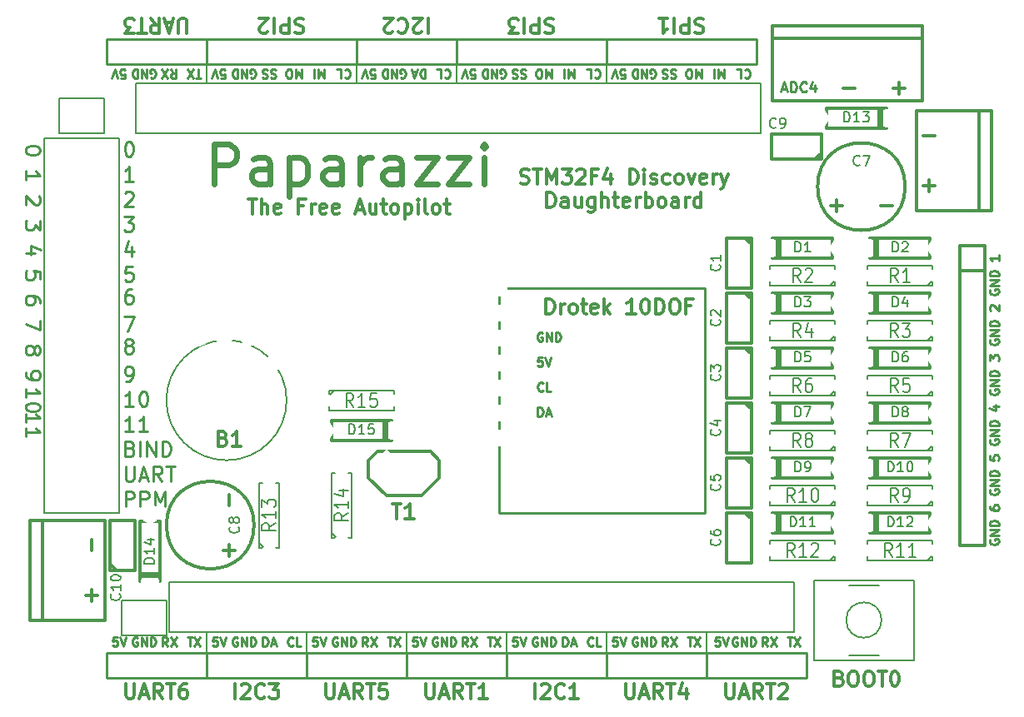
<source format=gto>
G04 (created by PCBNEW (2013-07-07 BZR 4022)-stable) date 11/04/2014 09:32:08*
%MOIN*%
G04 Gerber Fmt 3.4, Leading zero omitted, Abs format*
%FSLAX34Y34*%
G01*
G70*
G90*
G04 APERTURE LIST*
%ADD10C,0.00590551*%
%ADD11C,0.00885827*%
%ADD12C,0.011811*%
%ADD13C,0.023622*%
%ADD14C,0.00787402*%
%ADD15C,0.00984252*%
%ADD16C,0.012*%
%ADD17C,0.01*%
%ADD18C,0.008*%
%ADD19C,0.0670551*%
%ADD20R,0.088X0.088*%
%ADD21R,0.038X0.128*%
%ADD22R,0.128X0.038*%
%ADD23R,0.063X0.063*%
%ADD24C,0.063*%
%ADD25R,0.068X0.068*%
%ADD26C,0.068*%
%ADD27R,0.108X0.108*%
%ADD28C,0.108*%
%ADD29C,0.20485*%
%ADD30C,0.078*%
%ADD31R,0.078X0.078*%
%ADD32R,0.0749291X0.0749291*%
%ADD33C,0.0749291*%
G04 APERTURE END LIST*
G54D10*
G54D11*
X67325Y-32046D02*
X67512Y-32046D01*
X67287Y-32159D02*
X67418Y-31765D01*
X67550Y-32159D01*
X67681Y-32159D02*
X67681Y-31765D01*
X67775Y-31765D01*
X67831Y-31784D01*
X67868Y-31821D01*
X67887Y-31859D01*
X67906Y-31934D01*
X67906Y-31990D01*
X67887Y-32065D01*
X67868Y-32103D01*
X67831Y-32140D01*
X67775Y-32159D01*
X67681Y-32159D01*
X68299Y-32121D02*
X68281Y-32140D01*
X68224Y-32159D01*
X68187Y-32159D01*
X68131Y-32140D01*
X68093Y-32103D01*
X68074Y-32065D01*
X68056Y-31990D01*
X68056Y-31934D01*
X68074Y-31859D01*
X68093Y-31821D01*
X68131Y-31784D01*
X68187Y-31765D01*
X68224Y-31765D01*
X68281Y-31784D01*
X68299Y-31803D01*
X68637Y-31896D02*
X68637Y-32159D01*
X68543Y-31746D02*
X68449Y-32028D01*
X68693Y-32028D01*
G54D12*
X69775Y-32014D02*
X70224Y-32014D01*
X71775Y-32014D02*
X72224Y-32014D01*
X72000Y-32239D02*
X72000Y-31789D01*
X72975Y-35914D02*
X73424Y-35914D01*
X73200Y-36139D02*
X73200Y-35689D01*
X72975Y-33914D02*
X73424Y-33914D01*
X39714Y-50524D02*
X39714Y-50075D01*
X39475Y-52314D02*
X39924Y-52314D01*
X39700Y-52539D02*
X39700Y-52089D01*
X56866Y-35810D02*
X56950Y-35839D01*
X57091Y-35839D01*
X57147Y-35810D01*
X57175Y-35782D01*
X57203Y-35726D01*
X57203Y-35670D01*
X57175Y-35614D01*
X57147Y-35585D01*
X57091Y-35557D01*
X56978Y-35529D01*
X56922Y-35501D01*
X56894Y-35473D01*
X56866Y-35417D01*
X56866Y-35360D01*
X56894Y-35304D01*
X56922Y-35276D01*
X56978Y-35248D01*
X57119Y-35248D01*
X57203Y-35276D01*
X57372Y-35248D02*
X57709Y-35248D01*
X57541Y-35839D02*
X57541Y-35248D01*
X57906Y-35839D02*
X57906Y-35248D01*
X58103Y-35670D01*
X58300Y-35248D01*
X58300Y-35839D01*
X58525Y-35248D02*
X58890Y-35248D01*
X58694Y-35473D01*
X58778Y-35473D01*
X58834Y-35501D01*
X58862Y-35529D01*
X58890Y-35585D01*
X58890Y-35726D01*
X58862Y-35782D01*
X58834Y-35810D01*
X58778Y-35839D01*
X58609Y-35839D01*
X58553Y-35810D01*
X58525Y-35782D01*
X59115Y-35304D02*
X59143Y-35276D01*
X59200Y-35248D01*
X59340Y-35248D01*
X59397Y-35276D01*
X59425Y-35304D01*
X59453Y-35360D01*
X59453Y-35417D01*
X59425Y-35501D01*
X59087Y-35839D01*
X59453Y-35839D01*
X59903Y-35529D02*
X59706Y-35529D01*
X59706Y-35839D02*
X59706Y-35248D01*
X59987Y-35248D01*
X60465Y-35445D02*
X60465Y-35839D01*
X60325Y-35220D02*
X60184Y-35642D01*
X60550Y-35642D01*
X61224Y-35839D02*
X61224Y-35248D01*
X61365Y-35248D01*
X61449Y-35276D01*
X61506Y-35332D01*
X61534Y-35389D01*
X61562Y-35501D01*
X61562Y-35585D01*
X61534Y-35698D01*
X61506Y-35754D01*
X61449Y-35810D01*
X61365Y-35839D01*
X61224Y-35839D01*
X61815Y-35839D02*
X61815Y-35445D01*
X61815Y-35248D02*
X61787Y-35276D01*
X61815Y-35304D01*
X61843Y-35276D01*
X61815Y-35248D01*
X61815Y-35304D01*
X62068Y-35810D02*
X62124Y-35839D01*
X62237Y-35839D01*
X62293Y-35810D01*
X62321Y-35754D01*
X62321Y-35726D01*
X62293Y-35670D01*
X62237Y-35642D01*
X62152Y-35642D01*
X62096Y-35614D01*
X62068Y-35557D01*
X62068Y-35529D01*
X62096Y-35473D01*
X62152Y-35445D01*
X62237Y-35445D01*
X62293Y-35473D01*
X62827Y-35810D02*
X62771Y-35839D01*
X62659Y-35839D01*
X62602Y-35810D01*
X62574Y-35782D01*
X62546Y-35726D01*
X62546Y-35557D01*
X62574Y-35501D01*
X62602Y-35473D01*
X62659Y-35445D01*
X62771Y-35445D01*
X62827Y-35473D01*
X63165Y-35839D02*
X63109Y-35810D01*
X63080Y-35782D01*
X63052Y-35726D01*
X63052Y-35557D01*
X63080Y-35501D01*
X63109Y-35473D01*
X63165Y-35445D01*
X63249Y-35445D01*
X63305Y-35473D01*
X63334Y-35501D01*
X63362Y-35557D01*
X63362Y-35726D01*
X63334Y-35782D01*
X63305Y-35810D01*
X63249Y-35839D01*
X63165Y-35839D01*
X63559Y-35445D02*
X63699Y-35839D01*
X63840Y-35445D01*
X64290Y-35810D02*
X64233Y-35839D01*
X64121Y-35839D01*
X64065Y-35810D01*
X64037Y-35754D01*
X64037Y-35529D01*
X64065Y-35473D01*
X64121Y-35445D01*
X64233Y-35445D01*
X64290Y-35473D01*
X64318Y-35529D01*
X64318Y-35585D01*
X64037Y-35642D01*
X64571Y-35839D02*
X64571Y-35445D01*
X64571Y-35557D02*
X64599Y-35501D01*
X64627Y-35473D01*
X64683Y-35445D01*
X64740Y-35445D01*
X64880Y-35445D02*
X65021Y-35839D01*
X65161Y-35445D02*
X65021Y-35839D01*
X64965Y-35979D01*
X64937Y-36007D01*
X64880Y-36035D01*
X57920Y-36783D02*
X57920Y-36193D01*
X58061Y-36193D01*
X58145Y-36221D01*
X58201Y-36277D01*
X58230Y-36333D01*
X58258Y-36446D01*
X58258Y-36530D01*
X58230Y-36643D01*
X58201Y-36699D01*
X58145Y-36755D01*
X58061Y-36783D01*
X57920Y-36783D01*
X58764Y-36783D02*
X58764Y-36474D01*
X58736Y-36418D01*
X58679Y-36390D01*
X58567Y-36390D01*
X58511Y-36418D01*
X58764Y-36755D02*
X58708Y-36783D01*
X58567Y-36783D01*
X58511Y-36755D01*
X58483Y-36699D01*
X58483Y-36643D01*
X58511Y-36587D01*
X58567Y-36558D01*
X58708Y-36558D01*
X58764Y-36530D01*
X59298Y-36390D02*
X59298Y-36783D01*
X59045Y-36390D02*
X59045Y-36699D01*
X59073Y-36755D01*
X59129Y-36783D01*
X59214Y-36783D01*
X59270Y-36755D01*
X59298Y-36727D01*
X59832Y-36390D02*
X59832Y-36868D01*
X59804Y-36924D01*
X59776Y-36952D01*
X59720Y-36980D01*
X59636Y-36980D01*
X59579Y-36952D01*
X59832Y-36755D02*
X59776Y-36783D01*
X59664Y-36783D01*
X59607Y-36755D01*
X59579Y-36727D01*
X59551Y-36671D01*
X59551Y-36502D01*
X59579Y-36446D01*
X59607Y-36418D01*
X59664Y-36390D01*
X59776Y-36390D01*
X59832Y-36418D01*
X60114Y-36783D02*
X60114Y-36193D01*
X60367Y-36783D02*
X60367Y-36474D01*
X60339Y-36418D01*
X60282Y-36390D01*
X60198Y-36390D01*
X60142Y-36418D01*
X60114Y-36446D01*
X60564Y-36390D02*
X60789Y-36390D01*
X60648Y-36193D02*
X60648Y-36699D01*
X60676Y-36755D01*
X60732Y-36783D01*
X60789Y-36783D01*
X61210Y-36755D02*
X61154Y-36783D01*
X61042Y-36783D01*
X60985Y-36755D01*
X60957Y-36699D01*
X60957Y-36474D01*
X60985Y-36418D01*
X61042Y-36390D01*
X61154Y-36390D01*
X61210Y-36418D01*
X61239Y-36474D01*
X61239Y-36530D01*
X60957Y-36587D01*
X61492Y-36783D02*
X61492Y-36390D01*
X61492Y-36502D02*
X61520Y-36446D01*
X61548Y-36418D01*
X61604Y-36390D01*
X61660Y-36390D01*
X61857Y-36783D02*
X61857Y-36193D01*
X61857Y-36418D02*
X61913Y-36390D01*
X62026Y-36390D01*
X62082Y-36418D01*
X62110Y-36446D01*
X62138Y-36502D01*
X62138Y-36671D01*
X62110Y-36727D01*
X62082Y-36755D01*
X62026Y-36783D01*
X61913Y-36783D01*
X61857Y-36755D01*
X62476Y-36783D02*
X62420Y-36755D01*
X62392Y-36727D01*
X62363Y-36671D01*
X62363Y-36502D01*
X62392Y-36446D01*
X62420Y-36418D01*
X62476Y-36390D01*
X62560Y-36390D01*
X62616Y-36418D01*
X62645Y-36446D01*
X62673Y-36502D01*
X62673Y-36671D01*
X62645Y-36727D01*
X62616Y-36755D01*
X62560Y-36783D01*
X62476Y-36783D01*
X63179Y-36783D02*
X63179Y-36474D01*
X63151Y-36418D01*
X63095Y-36390D01*
X62982Y-36390D01*
X62926Y-36418D01*
X63179Y-36755D02*
X63123Y-36783D01*
X62982Y-36783D01*
X62926Y-36755D01*
X62898Y-36699D01*
X62898Y-36643D01*
X62926Y-36587D01*
X62982Y-36558D01*
X63123Y-36558D01*
X63179Y-36530D01*
X63460Y-36783D02*
X63460Y-36390D01*
X63460Y-36502D02*
X63488Y-36446D01*
X63516Y-36418D01*
X63573Y-36390D01*
X63629Y-36390D01*
X64079Y-36783D02*
X64079Y-36193D01*
X64079Y-36755D02*
X64023Y-36783D01*
X63910Y-36783D01*
X63854Y-36755D01*
X63826Y-36727D01*
X63798Y-36671D01*
X63798Y-36502D01*
X63826Y-36446D01*
X63854Y-36418D01*
X63910Y-36390D01*
X64023Y-36390D01*
X64079Y-36418D01*
X45964Y-36448D02*
X46302Y-36448D01*
X46133Y-37039D02*
X46133Y-36448D01*
X46498Y-37039D02*
X46498Y-36448D01*
X46751Y-37039D02*
X46751Y-36729D01*
X46723Y-36673D01*
X46667Y-36645D01*
X46583Y-36645D01*
X46526Y-36673D01*
X46498Y-36701D01*
X47258Y-37010D02*
X47201Y-37039D01*
X47089Y-37039D01*
X47033Y-37010D01*
X47005Y-36954D01*
X47005Y-36729D01*
X47033Y-36673D01*
X47089Y-36645D01*
X47201Y-36645D01*
X47258Y-36673D01*
X47286Y-36729D01*
X47286Y-36785D01*
X47005Y-36842D01*
X48186Y-36729D02*
X47989Y-36729D01*
X47989Y-37039D02*
X47989Y-36448D01*
X48270Y-36448D01*
X48495Y-37039D02*
X48495Y-36645D01*
X48495Y-36757D02*
X48523Y-36701D01*
X48551Y-36673D01*
X48607Y-36645D01*
X48664Y-36645D01*
X49086Y-37010D02*
X49029Y-37039D01*
X48917Y-37039D01*
X48861Y-37010D01*
X48832Y-36954D01*
X48832Y-36729D01*
X48861Y-36673D01*
X48917Y-36645D01*
X49029Y-36645D01*
X49086Y-36673D01*
X49114Y-36729D01*
X49114Y-36785D01*
X48832Y-36842D01*
X49592Y-37010D02*
X49535Y-37039D01*
X49423Y-37039D01*
X49367Y-37010D01*
X49339Y-36954D01*
X49339Y-36729D01*
X49367Y-36673D01*
X49423Y-36645D01*
X49535Y-36645D01*
X49592Y-36673D01*
X49620Y-36729D01*
X49620Y-36785D01*
X49339Y-36842D01*
X50295Y-36870D02*
X50576Y-36870D01*
X50239Y-37039D02*
X50435Y-36448D01*
X50632Y-37039D01*
X51082Y-36645D02*
X51082Y-37039D01*
X50829Y-36645D02*
X50829Y-36954D01*
X50857Y-37010D01*
X50913Y-37039D01*
X50998Y-37039D01*
X51054Y-37010D01*
X51082Y-36982D01*
X51279Y-36645D02*
X51504Y-36645D01*
X51363Y-36448D02*
X51363Y-36954D01*
X51392Y-37010D01*
X51448Y-37039D01*
X51504Y-37039D01*
X51785Y-37039D02*
X51729Y-37010D01*
X51701Y-36982D01*
X51673Y-36926D01*
X51673Y-36757D01*
X51701Y-36701D01*
X51729Y-36673D01*
X51785Y-36645D01*
X51870Y-36645D01*
X51926Y-36673D01*
X51954Y-36701D01*
X51982Y-36757D01*
X51982Y-36926D01*
X51954Y-36982D01*
X51926Y-37010D01*
X51870Y-37039D01*
X51785Y-37039D01*
X52235Y-36645D02*
X52235Y-37235D01*
X52235Y-36673D02*
X52291Y-36645D01*
X52404Y-36645D01*
X52460Y-36673D01*
X52488Y-36701D01*
X52516Y-36757D01*
X52516Y-36926D01*
X52488Y-36982D01*
X52460Y-37010D01*
X52404Y-37039D01*
X52291Y-37039D01*
X52235Y-37010D01*
X52769Y-37039D02*
X52769Y-36645D01*
X52769Y-36448D02*
X52741Y-36476D01*
X52769Y-36504D01*
X52798Y-36476D01*
X52769Y-36448D01*
X52769Y-36504D01*
X53135Y-37039D02*
X53079Y-37010D01*
X53051Y-36954D01*
X53051Y-36448D01*
X53444Y-37039D02*
X53388Y-37010D01*
X53360Y-36982D01*
X53332Y-36926D01*
X53332Y-36757D01*
X53360Y-36701D01*
X53388Y-36673D01*
X53444Y-36645D01*
X53529Y-36645D01*
X53585Y-36673D01*
X53613Y-36701D01*
X53641Y-36757D01*
X53641Y-36926D01*
X53613Y-36982D01*
X53585Y-37010D01*
X53529Y-37039D01*
X53444Y-37039D01*
X53810Y-36645D02*
X54035Y-36645D01*
X53894Y-36448D02*
X53894Y-36954D01*
X53922Y-37010D01*
X53979Y-37039D01*
X54035Y-37039D01*
G54D13*
X44600Y-35837D02*
X44600Y-34262D01*
X45200Y-34262D01*
X45350Y-34337D01*
X45425Y-34412D01*
X45500Y-34562D01*
X45500Y-34787D01*
X45425Y-34937D01*
X45350Y-35012D01*
X45200Y-35087D01*
X44600Y-35087D01*
X46850Y-35837D02*
X46850Y-35012D01*
X46775Y-34862D01*
X46625Y-34787D01*
X46325Y-34787D01*
X46175Y-34862D01*
X46850Y-35762D02*
X46700Y-35837D01*
X46325Y-35837D01*
X46175Y-35762D01*
X46100Y-35612D01*
X46100Y-35462D01*
X46175Y-35312D01*
X46325Y-35237D01*
X46700Y-35237D01*
X46850Y-35162D01*
X47600Y-34787D02*
X47600Y-36362D01*
X47600Y-34862D02*
X47750Y-34787D01*
X48050Y-34787D01*
X48200Y-34862D01*
X48275Y-34937D01*
X48350Y-35087D01*
X48350Y-35537D01*
X48275Y-35687D01*
X48200Y-35762D01*
X48050Y-35837D01*
X47750Y-35837D01*
X47600Y-35762D01*
X49700Y-35837D02*
X49700Y-35012D01*
X49625Y-34862D01*
X49475Y-34787D01*
X49175Y-34787D01*
X49025Y-34862D01*
X49700Y-35762D02*
X49550Y-35837D01*
X49175Y-35837D01*
X49025Y-35762D01*
X48950Y-35612D01*
X48950Y-35462D01*
X49025Y-35312D01*
X49175Y-35237D01*
X49550Y-35237D01*
X49700Y-35162D01*
X50449Y-35837D02*
X50449Y-34787D01*
X50449Y-35087D02*
X50524Y-34937D01*
X50599Y-34862D01*
X50749Y-34787D01*
X50899Y-34787D01*
X52099Y-35837D02*
X52099Y-35012D01*
X52024Y-34862D01*
X51874Y-34787D01*
X51574Y-34787D01*
X51424Y-34862D01*
X52099Y-35762D02*
X51949Y-35837D01*
X51574Y-35837D01*
X51424Y-35762D01*
X51349Y-35612D01*
X51349Y-35462D01*
X51424Y-35312D01*
X51574Y-35237D01*
X51949Y-35237D01*
X52099Y-35162D01*
X52699Y-34787D02*
X53524Y-34787D01*
X52699Y-35837D01*
X53524Y-35837D01*
X53974Y-34787D02*
X54799Y-34787D01*
X53974Y-35837D01*
X54799Y-35837D01*
X55399Y-35837D02*
X55399Y-34787D01*
X55399Y-34262D02*
X55324Y-34337D01*
X55399Y-34412D01*
X55474Y-34337D01*
X55399Y-34262D01*
X55399Y-34412D01*
G54D12*
X71275Y-36714D02*
X71724Y-36714D01*
X69275Y-36714D02*
X69724Y-36714D01*
X69500Y-36939D02*
X69500Y-36489D01*
X45214Y-48724D02*
X45214Y-48275D01*
X44975Y-50514D02*
X45424Y-50514D01*
X45200Y-50739D02*
X45200Y-50289D01*
X57889Y-41039D02*
X57889Y-40448D01*
X58030Y-40448D01*
X58114Y-40476D01*
X58170Y-40532D01*
X58198Y-40589D01*
X58226Y-40701D01*
X58226Y-40785D01*
X58198Y-40898D01*
X58170Y-40954D01*
X58114Y-41010D01*
X58030Y-41039D01*
X57889Y-41039D01*
X58479Y-41039D02*
X58479Y-40645D01*
X58479Y-40757D02*
X58508Y-40701D01*
X58536Y-40673D01*
X58592Y-40645D01*
X58648Y-40645D01*
X58929Y-41039D02*
X58873Y-41010D01*
X58845Y-40982D01*
X58817Y-40926D01*
X58817Y-40757D01*
X58845Y-40701D01*
X58873Y-40673D01*
X58929Y-40645D01*
X59014Y-40645D01*
X59070Y-40673D01*
X59098Y-40701D01*
X59126Y-40757D01*
X59126Y-40926D01*
X59098Y-40982D01*
X59070Y-41010D01*
X59014Y-41039D01*
X58929Y-41039D01*
X59295Y-40645D02*
X59520Y-40645D01*
X59379Y-40448D02*
X59379Y-40954D01*
X59407Y-41010D01*
X59464Y-41039D01*
X59520Y-41039D01*
X59942Y-41010D02*
X59886Y-41039D01*
X59773Y-41039D01*
X59717Y-41010D01*
X59689Y-40954D01*
X59689Y-40729D01*
X59717Y-40673D01*
X59773Y-40645D01*
X59886Y-40645D01*
X59942Y-40673D01*
X59970Y-40729D01*
X59970Y-40785D01*
X59689Y-40842D01*
X60223Y-41039D02*
X60223Y-40448D01*
X60279Y-40814D02*
X60448Y-41039D01*
X60448Y-40645D02*
X60223Y-40870D01*
X61460Y-41039D02*
X61123Y-41039D01*
X61292Y-41039D02*
X61292Y-40448D01*
X61235Y-40532D01*
X61179Y-40589D01*
X61123Y-40617D01*
X61826Y-40448D02*
X61882Y-40448D01*
X61938Y-40476D01*
X61967Y-40504D01*
X61995Y-40560D01*
X62023Y-40673D01*
X62023Y-40814D01*
X61995Y-40926D01*
X61967Y-40982D01*
X61938Y-41010D01*
X61882Y-41039D01*
X61826Y-41039D01*
X61770Y-41010D01*
X61742Y-40982D01*
X61713Y-40926D01*
X61685Y-40814D01*
X61685Y-40673D01*
X61713Y-40560D01*
X61742Y-40504D01*
X61770Y-40476D01*
X61826Y-40448D01*
X62276Y-41039D02*
X62276Y-40448D01*
X62416Y-40448D01*
X62501Y-40476D01*
X62557Y-40532D01*
X62585Y-40589D01*
X62613Y-40701D01*
X62613Y-40785D01*
X62585Y-40898D01*
X62557Y-40954D01*
X62501Y-41010D01*
X62416Y-41039D01*
X62276Y-41039D01*
X62979Y-40448D02*
X63091Y-40448D01*
X63148Y-40476D01*
X63204Y-40532D01*
X63232Y-40645D01*
X63232Y-40842D01*
X63204Y-40954D01*
X63148Y-41010D01*
X63091Y-41039D01*
X62979Y-41039D01*
X62923Y-41010D01*
X62866Y-40954D01*
X62838Y-40842D01*
X62838Y-40645D01*
X62866Y-40532D01*
X62923Y-40476D01*
X62979Y-40448D01*
X63682Y-40729D02*
X63485Y-40729D01*
X63485Y-41039D02*
X63485Y-40448D01*
X63766Y-40448D01*
G54D11*
X57555Y-45143D02*
X57555Y-44789D01*
X57639Y-44789D01*
X57690Y-44805D01*
X57724Y-44839D01*
X57740Y-44873D01*
X57757Y-44940D01*
X57757Y-44991D01*
X57740Y-45059D01*
X57724Y-45092D01*
X57690Y-45126D01*
X57639Y-45143D01*
X57555Y-45143D01*
X57892Y-45042D02*
X58061Y-45042D01*
X57859Y-45143D02*
X57977Y-44789D01*
X58095Y-45143D01*
X57766Y-44109D02*
X57749Y-44126D01*
X57698Y-44143D01*
X57665Y-44143D01*
X57614Y-44126D01*
X57580Y-44092D01*
X57563Y-44059D01*
X57546Y-43991D01*
X57546Y-43940D01*
X57563Y-43873D01*
X57580Y-43839D01*
X57614Y-43805D01*
X57665Y-43789D01*
X57698Y-43789D01*
X57749Y-43805D01*
X57766Y-43822D01*
X58086Y-44143D02*
X57918Y-44143D01*
X57918Y-43789D01*
X57732Y-42789D02*
X57563Y-42789D01*
X57546Y-42957D01*
X57563Y-42940D01*
X57597Y-42924D01*
X57681Y-42924D01*
X57715Y-42940D01*
X57732Y-42957D01*
X57749Y-42991D01*
X57749Y-43075D01*
X57732Y-43109D01*
X57715Y-43126D01*
X57681Y-43143D01*
X57597Y-43143D01*
X57563Y-43126D01*
X57546Y-43109D01*
X57850Y-42789D02*
X57968Y-43143D01*
X58086Y-42789D01*
X57730Y-41805D02*
X57696Y-41789D01*
X57645Y-41789D01*
X57595Y-41805D01*
X57561Y-41839D01*
X57544Y-41873D01*
X57527Y-41940D01*
X57527Y-41991D01*
X57544Y-42059D01*
X57561Y-42092D01*
X57595Y-42126D01*
X57645Y-42143D01*
X57679Y-42143D01*
X57730Y-42126D01*
X57746Y-42109D01*
X57746Y-41991D01*
X57679Y-41991D01*
X57898Y-42143D02*
X57898Y-41789D01*
X58101Y-42143D01*
X58101Y-41789D01*
X58269Y-42143D02*
X58269Y-41789D01*
X58354Y-41789D01*
X58404Y-41805D01*
X58438Y-41839D01*
X58455Y-41873D01*
X58472Y-41940D01*
X58472Y-41991D01*
X58455Y-42059D01*
X58438Y-42092D01*
X58404Y-42126D01*
X58354Y-42143D01*
X58269Y-42143D01*
X41246Y-46429D02*
X41331Y-46457D01*
X41359Y-46485D01*
X41387Y-46542D01*
X41387Y-46626D01*
X41359Y-46682D01*
X41331Y-46710D01*
X41275Y-46739D01*
X41050Y-46739D01*
X41050Y-46148D01*
X41246Y-46148D01*
X41303Y-46176D01*
X41331Y-46204D01*
X41359Y-46260D01*
X41359Y-46317D01*
X41331Y-46373D01*
X41303Y-46401D01*
X41246Y-46429D01*
X41050Y-46429D01*
X41640Y-46739D02*
X41640Y-46148D01*
X41921Y-46739D02*
X41921Y-46148D01*
X42259Y-46739D01*
X42259Y-46148D01*
X42540Y-46739D02*
X42540Y-46148D01*
X42681Y-46148D01*
X42765Y-46176D01*
X42821Y-46232D01*
X42849Y-46289D01*
X42878Y-46401D01*
X42878Y-46485D01*
X42849Y-46598D01*
X42821Y-46654D01*
X42765Y-46710D01*
X42681Y-46739D01*
X42540Y-46739D01*
X47069Y-31273D02*
X47019Y-31256D01*
X46934Y-31256D01*
X46901Y-31273D01*
X46884Y-31290D01*
X46867Y-31324D01*
X46867Y-31357D01*
X46884Y-31391D01*
X46901Y-31408D01*
X46934Y-31425D01*
X47002Y-31442D01*
X47036Y-31459D01*
X47053Y-31475D01*
X47069Y-31509D01*
X47069Y-31543D01*
X47053Y-31577D01*
X47036Y-31594D01*
X47002Y-31610D01*
X46918Y-31610D01*
X46867Y-31594D01*
X46732Y-31273D02*
X46681Y-31256D01*
X46597Y-31256D01*
X46563Y-31273D01*
X46546Y-31290D01*
X46530Y-31324D01*
X46530Y-31357D01*
X46546Y-31391D01*
X46563Y-31408D01*
X46597Y-31425D01*
X46665Y-31442D01*
X46698Y-31459D01*
X46715Y-31475D01*
X46732Y-31509D01*
X46732Y-31543D01*
X46715Y-31577D01*
X46698Y-31594D01*
X46665Y-31610D01*
X46580Y-31610D01*
X46530Y-31594D01*
X48103Y-31256D02*
X48103Y-31610D01*
X47985Y-31357D01*
X47867Y-31610D01*
X47867Y-31256D01*
X47631Y-31610D02*
X47563Y-31610D01*
X47530Y-31594D01*
X47496Y-31560D01*
X47479Y-31492D01*
X47479Y-31374D01*
X47496Y-31307D01*
X47530Y-31273D01*
X47563Y-31256D01*
X47631Y-31256D01*
X47665Y-31273D01*
X47698Y-31307D01*
X47715Y-31374D01*
X47715Y-31492D01*
X47698Y-31560D01*
X47665Y-31594D01*
X47631Y-31610D01*
X49002Y-31256D02*
X49002Y-31610D01*
X48884Y-31357D01*
X48766Y-31610D01*
X48766Y-31256D01*
X48597Y-31256D02*
X48597Y-31610D01*
X49833Y-31290D02*
X49850Y-31273D01*
X49901Y-31256D01*
X49934Y-31256D01*
X49985Y-31273D01*
X50019Y-31307D01*
X50036Y-31340D01*
X50053Y-31408D01*
X50053Y-31459D01*
X50036Y-31526D01*
X50019Y-31560D01*
X49985Y-31594D01*
X49934Y-31610D01*
X49901Y-31610D01*
X49850Y-31594D01*
X49833Y-31577D01*
X49513Y-31256D02*
X49681Y-31256D01*
X49681Y-31610D01*
X58103Y-31256D02*
X58103Y-31610D01*
X57985Y-31357D01*
X57867Y-31610D01*
X57867Y-31256D01*
X57631Y-31610D02*
X57563Y-31610D01*
X57530Y-31594D01*
X57496Y-31560D01*
X57479Y-31492D01*
X57479Y-31374D01*
X57496Y-31307D01*
X57530Y-31273D01*
X57563Y-31256D01*
X57631Y-31256D01*
X57665Y-31273D01*
X57698Y-31307D01*
X57715Y-31374D01*
X57715Y-31492D01*
X57698Y-31560D01*
X57665Y-31594D01*
X57631Y-31610D01*
X57069Y-31273D02*
X57019Y-31256D01*
X56934Y-31256D01*
X56901Y-31273D01*
X56884Y-31290D01*
X56867Y-31324D01*
X56867Y-31357D01*
X56884Y-31391D01*
X56901Y-31408D01*
X56934Y-31425D01*
X57002Y-31442D01*
X57036Y-31459D01*
X57053Y-31475D01*
X57069Y-31509D01*
X57069Y-31543D01*
X57053Y-31577D01*
X57036Y-31594D01*
X57002Y-31610D01*
X56918Y-31610D01*
X56867Y-31594D01*
X56732Y-31273D02*
X56681Y-31256D01*
X56597Y-31256D01*
X56563Y-31273D01*
X56546Y-31290D01*
X56530Y-31324D01*
X56530Y-31357D01*
X56546Y-31391D01*
X56563Y-31408D01*
X56597Y-31425D01*
X56665Y-31442D01*
X56698Y-31459D01*
X56715Y-31475D01*
X56732Y-31509D01*
X56732Y-31543D01*
X56715Y-31577D01*
X56698Y-31594D01*
X56665Y-31610D01*
X56580Y-31610D01*
X56530Y-31594D01*
X59002Y-31256D02*
X59002Y-31610D01*
X58884Y-31357D01*
X58766Y-31610D01*
X58766Y-31256D01*
X58597Y-31256D02*
X58597Y-31610D01*
X59833Y-31290D02*
X59850Y-31273D01*
X59901Y-31256D01*
X59934Y-31256D01*
X59985Y-31273D01*
X60019Y-31307D01*
X60036Y-31340D01*
X60053Y-31408D01*
X60053Y-31459D01*
X60036Y-31526D01*
X60019Y-31560D01*
X59985Y-31594D01*
X59934Y-31610D01*
X59901Y-31610D01*
X59850Y-31594D01*
X59833Y-31577D01*
X59513Y-31256D02*
X59681Y-31256D01*
X59681Y-31610D01*
X64103Y-31256D02*
X64103Y-31610D01*
X63985Y-31357D01*
X63867Y-31610D01*
X63867Y-31256D01*
X63631Y-31610D02*
X63563Y-31610D01*
X63530Y-31594D01*
X63496Y-31560D01*
X63479Y-31492D01*
X63479Y-31374D01*
X63496Y-31307D01*
X63530Y-31273D01*
X63563Y-31256D01*
X63631Y-31256D01*
X63665Y-31273D01*
X63698Y-31307D01*
X63715Y-31374D01*
X63715Y-31492D01*
X63698Y-31560D01*
X63665Y-31594D01*
X63631Y-31610D01*
X65002Y-31256D02*
X65002Y-31610D01*
X64884Y-31357D01*
X64766Y-31610D01*
X64766Y-31256D01*
X64597Y-31256D02*
X64597Y-31610D01*
X65833Y-31290D02*
X65850Y-31273D01*
X65901Y-31256D01*
X65934Y-31256D01*
X65985Y-31273D01*
X66019Y-31307D01*
X66036Y-31340D01*
X66053Y-31408D01*
X66053Y-31459D01*
X66036Y-31526D01*
X66019Y-31560D01*
X65985Y-31594D01*
X65934Y-31610D01*
X65901Y-31610D01*
X65850Y-31594D01*
X65833Y-31577D01*
X65513Y-31256D02*
X65681Y-31256D01*
X65681Y-31610D01*
X63069Y-31273D02*
X63019Y-31256D01*
X62934Y-31256D01*
X62901Y-31273D01*
X62884Y-31290D01*
X62867Y-31324D01*
X62867Y-31357D01*
X62884Y-31391D01*
X62901Y-31408D01*
X62934Y-31425D01*
X63002Y-31442D01*
X63036Y-31459D01*
X63053Y-31475D01*
X63069Y-31509D01*
X63069Y-31543D01*
X63053Y-31577D01*
X63036Y-31594D01*
X63002Y-31610D01*
X62918Y-31610D01*
X62867Y-31594D01*
X62732Y-31273D02*
X62681Y-31256D01*
X62597Y-31256D01*
X62563Y-31273D01*
X62546Y-31290D01*
X62530Y-31324D01*
X62530Y-31357D01*
X62546Y-31391D01*
X62563Y-31408D01*
X62597Y-31425D01*
X62665Y-31442D01*
X62698Y-31459D01*
X62715Y-31475D01*
X62732Y-31509D01*
X62732Y-31543D01*
X62715Y-31577D01*
X62698Y-31594D01*
X62665Y-31610D01*
X62580Y-31610D01*
X62530Y-31594D01*
X53044Y-31256D02*
X53044Y-31610D01*
X52960Y-31610D01*
X52909Y-31594D01*
X52875Y-31560D01*
X52859Y-31526D01*
X52842Y-31459D01*
X52842Y-31408D01*
X52859Y-31340D01*
X52875Y-31307D01*
X52909Y-31273D01*
X52960Y-31256D01*
X53044Y-31256D01*
X52707Y-31357D02*
X52538Y-31357D01*
X52740Y-31256D02*
X52622Y-31610D01*
X52504Y-31256D01*
X53833Y-31290D02*
X53850Y-31273D01*
X53901Y-31256D01*
X53934Y-31256D01*
X53985Y-31273D01*
X54019Y-31307D01*
X54036Y-31340D01*
X54053Y-31408D01*
X54053Y-31459D01*
X54036Y-31526D01*
X54019Y-31560D01*
X53985Y-31594D01*
X53934Y-31610D01*
X53901Y-31610D01*
X53850Y-31594D01*
X53833Y-31577D01*
X53513Y-31256D02*
X53681Y-31256D01*
X53681Y-31610D01*
G54D14*
X60300Y-31050D02*
X60300Y-31800D01*
X54300Y-31050D02*
X54300Y-31800D01*
X50300Y-31050D02*
X50300Y-31800D01*
X44300Y-31100D02*
X44300Y-31800D01*
X64300Y-54650D02*
X64300Y-53800D01*
X60300Y-54650D02*
X60300Y-53800D01*
X56300Y-54600D02*
X56300Y-53800D01*
X52300Y-54650D02*
X52300Y-53800D01*
X48300Y-54600D02*
X48300Y-53800D01*
X44300Y-54650D02*
X44300Y-53800D01*
G54D11*
X59766Y-54309D02*
X59749Y-54326D01*
X59698Y-54343D01*
X59665Y-54343D01*
X59614Y-54326D01*
X59580Y-54292D01*
X59563Y-54259D01*
X59546Y-54191D01*
X59546Y-54140D01*
X59563Y-54073D01*
X59580Y-54039D01*
X59614Y-54005D01*
X59665Y-53989D01*
X59698Y-53989D01*
X59749Y-54005D01*
X59766Y-54022D01*
X60086Y-54343D02*
X59918Y-54343D01*
X59918Y-53989D01*
X58555Y-54343D02*
X58555Y-53989D01*
X58639Y-53989D01*
X58690Y-54005D01*
X58724Y-54039D01*
X58740Y-54073D01*
X58757Y-54140D01*
X58757Y-54191D01*
X58740Y-54259D01*
X58724Y-54292D01*
X58690Y-54326D01*
X58639Y-54343D01*
X58555Y-54343D01*
X58892Y-54242D02*
X59061Y-54242D01*
X58859Y-54343D02*
X58977Y-53989D01*
X59095Y-54343D01*
X47766Y-54309D02*
X47749Y-54326D01*
X47698Y-54343D01*
X47665Y-54343D01*
X47614Y-54326D01*
X47580Y-54292D01*
X47563Y-54259D01*
X47546Y-54191D01*
X47546Y-54140D01*
X47563Y-54073D01*
X47580Y-54039D01*
X47614Y-54005D01*
X47665Y-53989D01*
X47698Y-53989D01*
X47749Y-54005D01*
X47766Y-54022D01*
X48086Y-54343D02*
X47918Y-54343D01*
X47918Y-53989D01*
X46555Y-54343D02*
X46555Y-53989D01*
X46639Y-53989D01*
X46690Y-54005D01*
X46724Y-54039D01*
X46740Y-54073D01*
X46757Y-54140D01*
X46757Y-54191D01*
X46740Y-54259D01*
X46724Y-54292D01*
X46690Y-54326D01*
X46639Y-54343D01*
X46555Y-54343D01*
X46892Y-54242D02*
X47061Y-54242D01*
X46859Y-54343D02*
X46977Y-53989D01*
X47095Y-54343D01*
X42859Y-31256D02*
X42977Y-31425D01*
X43061Y-31256D02*
X43061Y-31610D01*
X42926Y-31610D01*
X42892Y-31594D01*
X42875Y-31577D01*
X42859Y-31543D01*
X42859Y-31492D01*
X42875Y-31459D01*
X42892Y-31442D01*
X42926Y-31425D01*
X43061Y-31425D01*
X42740Y-31610D02*
X42504Y-31256D01*
X42504Y-31610D02*
X42740Y-31256D01*
X44069Y-31610D02*
X43867Y-31610D01*
X43968Y-31256D02*
X43968Y-31610D01*
X43783Y-31610D02*
X43546Y-31256D01*
X43546Y-31610D02*
X43783Y-31256D01*
X66740Y-54343D02*
X66622Y-54174D01*
X66538Y-54343D02*
X66538Y-53989D01*
X66673Y-53989D01*
X66707Y-54005D01*
X66724Y-54022D01*
X66740Y-54056D01*
X66740Y-54107D01*
X66724Y-54140D01*
X66707Y-54157D01*
X66673Y-54174D01*
X66538Y-54174D01*
X66859Y-53989D02*
X67095Y-54343D01*
X67095Y-53989D02*
X66859Y-54343D01*
X67530Y-53989D02*
X67732Y-53989D01*
X67631Y-54343D02*
X67631Y-53989D01*
X67816Y-53989D02*
X68053Y-54343D01*
X68053Y-53989D02*
X67816Y-54343D01*
X63530Y-53989D02*
X63732Y-53989D01*
X63631Y-54343D02*
X63631Y-53989D01*
X63816Y-53989D02*
X64053Y-54343D01*
X64053Y-53989D02*
X63816Y-54343D01*
X62740Y-54343D02*
X62622Y-54174D01*
X62538Y-54343D02*
X62538Y-53989D01*
X62673Y-53989D01*
X62707Y-54005D01*
X62724Y-54022D01*
X62740Y-54056D01*
X62740Y-54107D01*
X62724Y-54140D01*
X62707Y-54157D01*
X62673Y-54174D01*
X62538Y-54174D01*
X62859Y-53989D02*
X63095Y-54343D01*
X63095Y-53989D02*
X62859Y-54343D01*
X55530Y-53989D02*
X55732Y-53989D01*
X55631Y-54343D02*
X55631Y-53989D01*
X55816Y-53989D02*
X56053Y-54343D01*
X56053Y-53989D02*
X55816Y-54343D01*
X54740Y-54343D02*
X54622Y-54174D01*
X54538Y-54343D02*
X54538Y-53989D01*
X54673Y-53989D01*
X54707Y-54005D01*
X54724Y-54022D01*
X54740Y-54056D01*
X54740Y-54107D01*
X54724Y-54140D01*
X54707Y-54157D01*
X54673Y-54174D01*
X54538Y-54174D01*
X54859Y-53989D02*
X55095Y-54343D01*
X55095Y-53989D02*
X54859Y-54343D01*
X51530Y-53989D02*
X51732Y-53989D01*
X51631Y-54343D02*
X51631Y-53989D01*
X51816Y-53989D02*
X52053Y-54343D01*
X52053Y-53989D02*
X51816Y-54343D01*
X50740Y-54343D02*
X50622Y-54174D01*
X50538Y-54343D02*
X50538Y-53989D01*
X50673Y-53989D01*
X50707Y-54005D01*
X50724Y-54022D01*
X50740Y-54056D01*
X50740Y-54107D01*
X50724Y-54140D01*
X50707Y-54157D01*
X50673Y-54174D01*
X50538Y-54174D01*
X50859Y-53989D02*
X51095Y-54343D01*
X51095Y-53989D02*
X50859Y-54343D01*
X43530Y-53989D02*
X43732Y-53989D01*
X43631Y-54343D02*
X43631Y-53989D01*
X43816Y-53989D02*
X44053Y-54343D01*
X44053Y-53989D02*
X43816Y-54343D01*
X42740Y-54343D02*
X42622Y-54174D01*
X42538Y-54343D02*
X42538Y-53989D01*
X42673Y-53989D01*
X42707Y-54005D01*
X42724Y-54022D01*
X42740Y-54056D01*
X42740Y-54107D01*
X42724Y-54140D01*
X42707Y-54157D01*
X42673Y-54174D01*
X42538Y-54174D01*
X42859Y-53989D02*
X43095Y-54343D01*
X43095Y-53989D02*
X42859Y-54343D01*
G54D12*
X44960Y-46029D02*
X45045Y-46057D01*
X45073Y-46085D01*
X45101Y-46142D01*
X45101Y-46226D01*
X45073Y-46282D01*
X45045Y-46310D01*
X44989Y-46339D01*
X44764Y-46339D01*
X44764Y-45748D01*
X44960Y-45748D01*
X45017Y-45776D01*
X45045Y-45804D01*
X45073Y-45860D01*
X45073Y-45917D01*
X45045Y-45973D01*
X45017Y-46001D01*
X44960Y-46029D01*
X44764Y-46029D01*
X45664Y-46339D02*
X45326Y-46339D01*
X45495Y-46339D02*
X45495Y-45748D01*
X45439Y-45832D01*
X45382Y-45889D01*
X45326Y-45917D01*
G54D11*
X41062Y-48739D02*
X41062Y-48148D01*
X41287Y-48148D01*
X41343Y-48176D01*
X41371Y-48204D01*
X41400Y-48260D01*
X41400Y-48345D01*
X41371Y-48401D01*
X41343Y-48429D01*
X41287Y-48457D01*
X41062Y-48457D01*
X41653Y-48739D02*
X41653Y-48148D01*
X41878Y-48148D01*
X41934Y-48176D01*
X41962Y-48204D01*
X41990Y-48260D01*
X41990Y-48345D01*
X41962Y-48401D01*
X41934Y-48429D01*
X41878Y-48457D01*
X41653Y-48457D01*
X42243Y-48739D02*
X42243Y-48148D01*
X42440Y-48570D01*
X42637Y-48148D01*
X42637Y-48739D01*
X41057Y-47148D02*
X41057Y-47626D01*
X41086Y-47682D01*
X41114Y-47710D01*
X41170Y-47739D01*
X41282Y-47739D01*
X41339Y-47710D01*
X41367Y-47682D01*
X41395Y-47626D01*
X41395Y-47148D01*
X41648Y-47570D02*
X41929Y-47570D01*
X41592Y-47739D02*
X41789Y-47148D01*
X41985Y-47739D01*
X42520Y-47739D02*
X42323Y-47457D01*
X42182Y-47739D02*
X42182Y-47148D01*
X42407Y-47148D01*
X42464Y-47176D01*
X42492Y-47204D01*
X42520Y-47260D01*
X42520Y-47345D01*
X42492Y-47401D01*
X42464Y-47429D01*
X42407Y-47457D01*
X42182Y-47457D01*
X42688Y-47148D02*
X43026Y-47148D01*
X42857Y-47739D02*
X42857Y-47148D01*
X41387Y-45739D02*
X41050Y-45739D01*
X41218Y-45739D02*
X41218Y-45148D01*
X41162Y-45232D01*
X41106Y-45289D01*
X41050Y-45317D01*
X41949Y-45739D02*
X41612Y-45739D01*
X41781Y-45739D02*
X41781Y-45148D01*
X41724Y-45232D01*
X41668Y-45289D01*
X41612Y-45317D01*
X41387Y-44739D02*
X41050Y-44739D01*
X41218Y-44739D02*
X41218Y-44148D01*
X41162Y-44232D01*
X41106Y-44289D01*
X41050Y-44317D01*
X41753Y-44148D02*
X41809Y-44148D01*
X41865Y-44176D01*
X41893Y-44204D01*
X41921Y-44260D01*
X41949Y-44373D01*
X41949Y-44514D01*
X41921Y-44626D01*
X41893Y-44682D01*
X41865Y-44710D01*
X41809Y-44739D01*
X41753Y-44739D01*
X41696Y-44710D01*
X41668Y-44682D01*
X41640Y-44626D01*
X41612Y-44514D01*
X41612Y-44373D01*
X41640Y-44260D01*
X41668Y-44204D01*
X41696Y-44176D01*
X41753Y-44148D01*
X41087Y-43739D02*
X41200Y-43739D01*
X41256Y-43710D01*
X41284Y-43682D01*
X41340Y-43598D01*
X41368Y-43485D01*
X41368Y-43260D01*
X41340Y-43204D01*
X41312Y-43176D01*
X41256Y-43148D01*
X41143Y-43148D01*
X41087Y-43176D01*
X41059Y-43204D01*
X41031Y-43260D01*
X41031Y-43401D01*
X41059Y-43457D01*
X41087Y-43485D01*
X41143Y-43514D01*
X41256Y-43514D01*
X41312Y-43485D01*
X41340Y-43457D01*
X41368Y-43401D01*
X41143Y-42301D02*
X41087Y-42273D01*
X41059Y-42245D01*
X41031Y-42189D01*
X41031Y-42160D01*
X41059Y-42104D01*
X41087Y-42076D01*
X41143Y-42048D01*
X41256Y-42048D01*
X41312Y-42076D01*
X41340Y-42104D01*
X41368Y-42160D01*
X41368Y-42189D01*
X41340Y-42245D01*
X41312Y-42273D01*
X41256Y-42301D01*
X41143Y-42301D01*
X41087Y-42329D01*
X41059Y-42357D01*
X41031Y-42414D01*
X41031Y-42526D01*
X41059Y-42582D01*
X41087Y-42610D01*
X41143Y-42639D01*
X41256Y-42639D01*
X41312Y-42610D01*
X41340Y-42582D01*
X41368Y-42526D01*
X41368Y-42414D01*
X41340Y-42357D01*
X41312Y-42329D01*
X41256Y-42301D01*
X41003Y-41148D02*
X41396Y-41148D01*
X41143Y-41739D01*
X41312Y-40048D02*
X41200Y-40048D01*
X41143Y-40076D01*
X41115Y-40104D01*
X41059Y-40189D01*
X41031Y-40301D01*
X41031Y-40526D01*
X41059Y-40582D01*
X41087Y-40610D01*
X41143Y-40639D01*
X41256Y-40639D01*
X41312Y-40610D01*
X41340Y-40582D01*
X41368Y-40526D01*
X41368Y-40385D01*
X41340Y-40329D01*
X41312Y-40301D01*
X41256Y-40273D01*
X41143Y-40273D01*
X41087Y-40301D01*
X41059Y-40329D01*
X41031Y-40385D01*
X41340Y-39148D02*
X41059Y-39148D01*
X41031Y-39429D01*
X41059Y-39401D01*
X41115Y-39373D01*
X41256Y-39373D01*
X41312Y-39401D01*
X41340Y-39429D01*
X41368Y-39485D01*
X41368Y-39626D01*
X41340Y-39682D01*
X41312Y-39710D01*
X41256Y-39739D01*
X41115Y-39739D01*
X41059Y-39710D01*
X41031Y-39682D01*
X41312Y-38345D02*
X41312Y-38739D01*
X41171Y-38120D02*
X41031Y-38542D01*
X41396Y-38542D01*
X41003Y-37148D02*
X41368Y-37148D01*
X41171Y-37373D01*
X41256Y-37373D01*
X41312Y-37401D01*
X41340Y-37429D01*
X41368Y-37485D01*
X41368Y-37626D01*
X41340Y-37682D01*
X41312Y-37710D01*
X41256Y-37739D01*
X41087Y-37739D01*
X41031Y-37710D01*
X41003Y-37682D01*
X41031Y-36204D02*
X41059Y-36176D01*
X41115Y-36148D01*
X41256Y-36148D01*
X41312Y-36176D01*
X41340Y-36204D01*
X41368Y-36260D01*
X41368Y-36317D01*
X41340Y-36401D01*
X41003Y-36739D01*
X41368Y-36739D01*
X41368Y-35739D02*
X41031Y-35739D01*
X41200Y-35739D02*
X41200Y-35148D01*
X41143Y-35232D01*
X41087Y-35289D01*
X41031Y-35317D01*
X41171Y-34148D02*
X41228Y-34148D01*
X41284Y-34176D01*
X41312Y-34204D01*
X41340Y-34260D01*
X41368Y-34373D01*
X41368Y-34514D01*
X41340Y-34626D01*
X41312Y-34682D01*
X41284Y-34710D01*
X41228Y-34739D01*
X41171Y-34739D01*
X41115Y-34710D01*
X41087Y-34682D01*
X41059Y-34626D01*
X41031Y-34514D01*
X41031Y-34373D01*
X41059Y-34260D01*
X41087Y-34204D01*
X41115Y-34176D01*
X41171Y-34148D01*
X37060Y-45387D02*
X37060Y-45050D01*
X37060Y-45218D02*
X37651Y-45218D01*
X37567Y-45162D01*
X37510Y-45106D01*
X37482Y-45050D01*
X37060Y-45949D02*
X37060Y-45612D01*
X37060Y-45781D02*
X37651Y-45781D01*
X37567Y-45724D01*
X37510Y-45668D01*
X37482Y-45612D01*
X37060Y-44387D02*
X37060Y-44050D01*
X37060Y-44218D02*
X37651Y-44218D01*
X37567Y-44162D01*
X37510Y-44106D01*
X37482Y-44050D01*
X37651Y-44753D02*
X37651Y-44809D01*
X37623Y-44865D01*
X37595Y-44893D01*
X37539Y-44921D01*
X37426Y-44949D01*
X37285Y-44949D01*
X37173Y-44921D01*
X37117Y-44893D01*
X37089Y-44865D01*
X37060Y-44809D01*
X37060Y-44753D01*
X37089Y-44696D01*
X37117Y-44668D01*
X37173Y-44640D01*
X37285Y-44612D01*
X37426Y-44612D01*
X37539Y-44640D01*
X37595Y-44668D01*
X37623Y-44696D01*
X37651Y-44753D01*
X37060Y-43387D02*
X37060Y-43500D01*
X37089Y-43556D01*
X37117Y-43584D01*
X37201Y-43640D01*
X37314Y-43668D01*
X37539Y-43668D01*
X37595Y-43640D01*
X37623Y-43612D01*
X37651Y-43556D01*
X37651Y-43443D01*
X37623Y-43387D01*
X37595Y-43359D01*
X37539Y-43331D01*
X37398Y-43331D01*
X37342Y-43359D01*
X37314Y-43387D01*
X37285Y-43443D01*
X37285Y-43556D01*
X37314Y-43612D01*
X37342Y-43640D01*
X37398Y-43668D01*
X37398Y-42443D02*
X37426Y-42387D01*
X37454Y-42359D01*
X37510Y-42331D01*
X37539Y-42331D01*
X37595Y-42359D01*
X37623Y-42387D01*
X37651Y-42443D01*
X37651Y-42556D01*
X37623Y-42612D01*
X37595Y-42640D01*
X37539Y-42668D01*
X37510Y-42668D01*
X37454Y-42640D01*
X37426Y-42612D01*
X37398Y-42556D01*
X37398Y-42443D01*
X37370Y-42387D01*
X37342Y-42359D01*
X37285Y-42331D01*
X37173Y-42331D01*
X37117Y-42359D01*
X37089Y-42387D01*
X37060Y-42443D01*
X37060Y-42556D01*
X37089Y-42612D01*
X37117Y-42640D01*
X37173Y-42668D01*
X37285Y-42668D01*
X37342Y-42640D01*
X37370Y-42612D01*
X37398Y-42556D01*
X37651Y-41303D02*
X37651Y-41696D01*
X37060Y-41443D01*
X37651Y-40612D02*
X37651Y-40500D01*
X37623Y-40443D01*
X37595Y-40415D01*
X37510Y-40359D01*
X37398Y-40331D01*
X37173Y-40331D01*
X37117Y-40359D01*
X37089Y-40387D01*
X37060Y-40443D01*
X37060Y-40556D01*
X37089Y-40612D01*
X37117Y-40640D01*
X37173Y-40668D01*
X37314Y-40668D01*
X37370Y-40640D01*
X37398Y-40612D01*
X37426Y-40556D01*
X37426Y-40443D01*
X37398Y-40387D01*
X37370Y-40359D01*
X37314Y-40331D01*
X37651Y-39640D02*
X37651Y-39359D01*
X37370Y-39331D01*
X37398Y-39359D01*
X37426Y-39415D01*
X37426Y-39556D01*
X37398Y-39612D01*
X37370Y-39640D01*
X37314Y-39668D01*
X37173Y-39668D01*
X37117Y-39640D01*
X37089Y-39612D01*
X37060Y-39556D01*
X37060Y-39415D01*
X37089Y-39359D01*
X37117Y-39331D01*
X37454Y-38612D02*
X37060Y-38612D01*
X37679Y-38471D02*
X37257Y-38331D01*
X37257Y-38696D01*
X37651Y-37303D02*
X37651Y-37668D01*
X37426Y-37471D01*
X37426Y-37556D01*
X37398Y-37612D01*
X37370Y-37640D01*
X37314Y-37668D01*
X37173Y-37668D01*
X37117Y-37640D01*
X37089Y-37612D01*
X37060Y-37556D01*
X37060Y-37387D01*
X37089Y-37331D01*
X37117Y-37303D01*
X37595Y-36331D02*
X37623Y-36359D01*
X37651Y-36415D01*
X37651Y-36556D01*
X37623Y-36612D01*
X37595Y-36640D01*
X37539Y-36668D01*
X37482Y-36668D01*
X37398Y-36640D01*
X37060Y-36303D01*
X37060Y-36668D01*
X37060Y-35668D02*
X37060Y-35331D01*
X37060Y-35500D02*
X37651Y-35500D01*
X37567Y-35443D01*
X37510Y-35387D01*
X37482Y-35331D01*
X37651Y-34471D02*
X37651Y-34528D01*
X37623Y-34584D01*
X37595Y-34612D01*
X37539Y-34640D01*
X37426Y-34668D01*
X37285Y-34668D01*
X37173Y-34640D01*
X37117Y-34612D01*
X37089Y-34584D01*
X37060Y-34528D01*
X37060Y-34471D01*
X37089Y-34415D01*
X37117Y-34387D01*
X37173Y-34359D01*
X37285Y-34331D01*
X37426Y-34331D01*
X37539Y-34359D01*
X37595Y-34387D01*
X37623Y-34415D01*
X37651Y-34471D01*
X75993Y-38698D02*
X75993Y-38901D01*
X75993Y-38800D02*
X75639Y-38800D01*
X75689Y-38833D01*
X75723Y-38867D01*
X75740Y-38901D01*
X75672Y-40901D02*
X75655Y-40884D01*
X75639Y-40850D01*
X75639Y-40766D01*
X75655Y-40732D01*
X75672Y-40715D01*
X75706Y-40698D01*
X75740Y-40698D01*
X75790Y-40715D01*
X75993Y-40918D01*
X75993Y-40698D01*
X75639Y-42918D02*
X75639Y-42698D01*
X75774Y-42816D01*
X75774Y-42766D01*
X75790Y-42732D01*
X75807Y-42715D01*
X75841Y-42698D01*
X75925Y-42698D01*
X75959Y-42715D01*
X75976Y-42732D01*
X75993Y-42766D01*
X75993Y-42867D01*
X75976Y-42901D01*
X75959Y-42918D01*
X75757Y-44732D02*
X75993Y-44732D01*
X75622Y-44816D02*
X75875Y-44901D01*
X75875Y-44681D01*
X75639Y-46715D02*
X75639Y-46884D01*
X75807Y-46901D01*
X75790Y-46884D01*
X75774Y-46850D01*
X75774Y-46766D01*
X75790Y-46732D01*
X75807Y-46715D01*
X75841Y-46698D01*
X75925Y-46698D01*
X75959Y-46715D01*
X75976Y-46732D01*
X75993Y-46766D01*
X75993Y-46850D01*
X75976Y-46884D01*
X75959Y-46901D01*
X75639Y-48732D02*
X75639Y-48800D01*
X75655Y-48833D01*
X75672Y-48850D01*
X75723Y-48884D01*
X75790Y-48901D01*
X75925Y-48901D01*
X75959Y-48884D01*
X75976Y-48867D01*
X75993Y-48833D01*
X75993Y-48766D01*
X75976Y-48732D01*
X75959Y-48715D01*
X75925Y-48698D01*
X75841Y-48698D01*
X75807Y-48715D01*
X75790Y-48732D01*
X75774Y-48766D01*
X75774Y-48833D01*
X75790Y-48867D01*
X75807Y-48884D01*
X75841Y-48901D01*
X75655Y-40069D02*
X75639Y-40103D01*
X75639Y-40154D01*
X75655Y-40204D01*
X75689Y-40238D01*
X75723Y-40255D01*
X75790Y-40272D01*
X75841Y-40272D01*
X75909Y-40255D01*
X75942Y-40238D01*
X75976Y-40204D01*
X75993Y-40154D01*
X75993Y-40120D01*
X75976Y-40069D01*
X75959Y-40053D01*
X75841Y-40053D01*
X75841Y-40120D01*
X75993Y-39901D02*
X75639Y-39901D01*
X75993Y-39698D01*
X75639Y-39698D01*
X75993Y-39530D02*
X75639Y-39530D01*
X75639Y-39445D01*
X75655Y-39395D01*
X75689Y-39361D01*
X75723Y-39344D01*
X75790Y-39327D01*
X75841Y-39327D01*
X75909Y-39344D01*
X75942Y-39361D01*
X75976Y-39395D01*
X75993Y-39445D01*
X75993Y-39530D01*
X75655Y-42069D02*
X75639Y-42103D01*
X75639Y-42154D01*
X75655Y-42204D01*
X75689Y-42238D01*
X75723Y-42255D01*
X75790Y-42272D01*
X75841Y-42272D01*
X75909Y-42255D01*
X75942Y-42238D01*
X75976Y-42204D01*
X75993Y-42154D01*
X75993Y-42120D01*
X75976Y-42069D01*
X75959Y-42053D01*
X75841Y-42053D01*
X75841Y-42120D01*
X75993Y-41901D02*
X75639Y-41901D01*
X75993Y-41698D01*
X75639Y-41698D01*
X75993Y-41530D02*
X75639Y-41530D01*
X75639Y-41445D01*
X75655Y-41395D01*
X75689Y-41361D01*
X75723Y-41344D01*
X75790Y-41327D01*
X75841Y-41327D01*
X75909Y-41344D01*
X75942Y-41361D01*
X75976Y-41395D01*
X75993Y-41445D01*
X75993Y-41530D01*
X75655Y-44069D02*
X75639Y-44103D01*
X75639Y-44154D01*
X75655Y-44204D01*
X75689Y-44238D01*
X75723Y-44255D01*
X75790Y-44272D01*
X75841Y-44272D01*
X75909Y-44255D01*
X75942Y-44238D01*
X75976Y-44204D01*
X75993Y-44154D01*
X75993Y-44120D01*
X75976Y-44069D01*
X75959Y-44053D01*
X75841Y-44053D01*
X75841Y-44120D01*
X75993Y-43901D02*
X75639Y-43901D01*
X75993Y-43698D01*
X75639Y-43698D01*
X75993Y-43530D02*
X75639Y-43530D01*
X75639Y-43445D01*
X75655Y-43395D01*
X75689Y-43361D01*
X75723Y-43344D01*
X75790Y-43327D01*
X75841Y-43327D01*
X75909Y-43344D01*
X75942Y-43361D01*
X75976Y-43395D01*
X75993Y-43445D01*
X75993Y-43530D01*
X75655Y-46069D02*
X75639Y-46103D01*
X75639Y-46154D01*
X75655Y-46204D01*
X75689Y-46238D01*
X75723Y-46255D01*
X75790Y-46272D01*
X75841Y-46272D01*
X75909Y-46255D01*
X75942Y-46238D01*
X75976Y-46204D01*
X75993Y-46154D01*
X75993Y-46120D01*
X75976Y-46069D01*
X75959Y-46053D01*
X75841Y-46053D01*
X75841Y-46120D01*
X75993Y-45901D02*
X75639Y-45901D01*
X75993Y-45698D01*
X75639Y-45698D01*
X75993Y-45530D02*
X75639Y-45530D01*
X75639Y-45445D01*
X75655Y-45395D01*
X75689Y-45361D01*
X75723Y-45344D01*
X75790Y-45327D01*
X75841Y-45327D01*
X75909Y-45344D01*
X75942Y-45361D01*
X75976Y-45395D01*
X75993Y-45445D01*
X75993Y-45530D01*
X75655Y-48069D02*
X75639Y-48103D01*
X75639Y-48154D01*
X75655Y-48204D01*
X75689Y-48238D01*
X75723Y-48255D01*
X75790Y-48272D01*
X75841Y-48272D01*
X75909Y-48255D01*
X75942Y-48238D01*
X75976Y-48204D01*
X75993Y-48154D01*
X75993Y-48120D01*
X75976Y-48069D01*
X75959Y-48053D01*
X75841Y-48053D01*
X75841Y-48120D01*
X75993Y-47901D02*
X75639Y-47901D01*
X75993Y-47698D01*
X75639Y-47698D01*
X75993Y-47530D02*
X75639Y-47530D01*
X75639Y-47445D01*
X75655Y-47395D01*
X75689Y-47361D01*
X75723Y-47344D01*
X75790Y-47327D01*
X75841Y-47327D01*
X75909Y-47344D01*
X75942Y-47361D01*
X75976Y-47395D01*
X75993Y-47445D01*
X75993Y-47530D01*
X75655Y-50069D02*
X75639Y-50103D01*
X75639Y-50154D01*
X75655Y-50204D01*
X75689Y-50238D01*
X75723Y-50255D01*
X75790Y-50272D01*
X75841Y-50272D01*
X75909Y-50255D01*
X75942Y-50238D01*
X75976Y-50204D01*
X75993Y-50154D01*
X75993Y-50120D01*
X75976Y-50069D01*
X75959Y-50053D01*
X75841Y-50053D01*
X75841Y-50120D01*
X75993Y-49901D02*
X75639Y-49901D01*
X75993Y-49698D01*
X75639Y-49698D01*
X75993Y-49530D02*
X75639Y-49530D01*
X75639Y-49445D01*
X75655Y-49395D01*
X75689Y-49361D01*
X75723Y-49344D01*
X75790Y-49327D01*
X75841Y-49327D01*
X75909Y-49344D01*
X75942Y-49361D01*
X75976Y-49395D01*
X75993Y-49445D01*
X75993Y-49530D01*
X62069Y-31594D02*
X62103Y-31610D01*
X62154Y-31610D01*
X62204Y-31594D01*
X62238Y-31560D01*
X62255Y-31526D01*
X62272Y-31459D01*
X62272Y-31408D01*
X62255Y-31340D01*
X62238Y-31307D01*
X62204Y-31273D01*
X62154Y-31256D01*
X62120Y-31256D01*
X62069Y-31273D01*
X62053Y-31290D01*
X62053Y-31408D01*
X62120Y-31408D01*
X61901Y-31256D02*
X61901Y-31610D01*
X61698Y-31256D01*
X61698Y-31610D01*
X61530Y-31256D02*
X61530Y-31610D01*
X61445Y-31610D01*
X61395Y-31594D01*
X61361Y-31560D01*
X61344Y-31526D01*
X61327Y-31459D01*
X61327Y-31408D01*
X61344Y-31340D01*
X61361Y-31307D01*
X61395Y-31273D01*
X61445Y-31256D01*
X61530Y-31256D01*
X60867Y-31610D02*
X61036Y-31610D01*
X61053Y-31442D01*
X61036Y-31459D01*
X61002Y-31475D01*
X60918Y-31475D01*
X60884Y-31459D01*
X60867Y-31442D01*
X60850Y-31408D01*
X60850Y-31324D01*
X60867Y-31290D01*
X60884Y-31273D01*
X60918Y-31256D01*
X61002Y-31256D01*
X61036Y-31273D01*
X61053Y-31290D01*
X60749Y-31610D02*
X60631Y-31256D01*
X60513Y-31610D01*
X56069Y-31594D02*
X56103Y-31610D01*
X56154Y-31610D01*
X56204Y-31594D01*
X56238Y-31560D01*
X56255Y-31526D01*
X56272Y-31459D01*
X56272Y-31408D01*
X56255Y-31340D01*
X56238Y-31307D01*
X56204Y-31273D01*
X56154Y-31256D01*
X56120Y-31256D01*
X56069Y-31273D01*
X56053Y-31290D01*
X56053Y-31408D01*
X56120Y-31408D01*
X55901Y-31256D02*
X55901Y-31610D01*
X55698Y-31256D01*
X55698Y-31610D01*
X55530Y-31256D02*
X55530Y-31610D01*
X55445Y-31610D01*
X55395Y-31594D01*
X55361Y-31560D01*
X55344Y-31526D01*
X55327Y-31459D01*
X55327Y-31408D01*
X55344Y-31340D01*
X55361Y-31307D01*
X55395Y-31273D01*
X55445Y-31256D01*
X55530Y-31256D01*
X54867Y-31610D02*
X55036Y-31610D01*
X55053Y-31442D01*
X55036Y-31459D01*
X55002Y-31475D01*
X54918Y-31475D01*
X54884Y-31459D01*
X54867Y-31442D01*
X54850Y-31408D01*
X54850Y-31324D01*
X54867Y-31290D01*
X54884Y-31273D01*
X54918Y-31256D01*
X55002Y-31256D01*
X55036Y-31273D01*
X55053Y-31290D01*
X54749Y-31610D02*
X54631Y-31256D01*
X54513Y-31610D01*
X50867Y-31610D02*
X51036Y-31610D01*
X51053Y-31442D01*
X51036Y-31459D01*
X51002Y-31475D01*
X50918Y-31475D01*
X50884Y-31459D01*
X50867Y-31442D01*
X50850Y-31408D01*
X50850Y-31324D01*
X50867Y-31290D01*
X50884Y-31273D01*
X50918Y-31256D01*
X51002Y-31256D01*
X51036Y-31273D01*
X51053Y-31290D01*
X50749Y-31610D02*
X50631Y-31256D01*
X50513Y-31610D01*
X52069Y-31594D02*
X52103Y-31610D01*
X52154Y-31610D01*
X52204Y-31594D01*
X52238Y-31560D01*
X52255Y-31526D01*
X52272Y-31459D01*
X52272Y-31408D01*
X52255Y-31340D01*
X52238Y-31307D01*
X52204Y-31273D01*
X52154Y-31256D01*
X52120Y-31256D01*
X52069Y-31273D01*
X52053Y-31290D01*
X52053Y-31408D01*
X52120Y-31408D01*
X51901Y-31256D02*
X51901Y-31610D01*
X51698Y-31256D01*
X51698Y-31610D01*
X51530Y-31256D02*
X51530Y-31610D01*
X51445Y-31610D01*
X51395Y-31594D01*
X51361Y-31560D01*
X51344Y-31526D01*
X51327Y-31459D01*
X51327Y-31408D01*
X51344Y-31340D01*
X51361Y-31307D01*
X51395Y-31273D01*
X51445Y-31256D01*
X51530Y-31256D01*
X44867Y-31610D02*
X45036Y-31610D01*
X45053Y-31442D01*
X45036Y-31459D01*
X45002Y-31475D01*
X44918Y-31475D01*
X44884Y-31459D01*
X44867Y-31442D01*
X44850Y-31408D01*
X44850Y-31324D01*
X44867Y-31290D01*
X44884Y-31273D01*
X44918Y-31256D01*
X45002Y-31256D01*
X45036Y-31273D01*
X45053Y-31290D01*
X44749Y-31610D02*
X44631Y-31256D01*
X44513Y-31610D01*
X46069Y-31594D02*
X46103Y-31610D01*
X46154Y-31610D01*
X46204Y-31594D01*
X46238Y-31560D01*
X46255Y-31526D01*
X46272Y-31459D01*
X46272Y-31408D01*
X46255Y-31340D01*
X46238Y-31307D01*
X46204Y-31273D01*
X46154Y-31256D01*
X46120Y-31256D01*
X46069Y-31273D01*
X46053Y-31290D01*
X46053Y-31408D01*
X46120Y-31408D01*
X45901Y-31256D02*
X45901Y-31610D01*
X45698Y-31256D01*
X45698Y-31610D01*
X45530Y-31256D02*
X45530Y-31610D01*
X45445Y-31610D01*
X45395Y-31594D01*
X45361Y-31560D01*
X45344Y-31526D01*
X45327Y-31459D01*
X45327Y-31408D01*
X45344Y-31340D01*
X45361Y-31307D01*
X45395Y-31273D01*
X45445Y-31256D01*
X45530Y-31256D01*
X40867Y-31610D02*
X41036Y-31610D01*
X41053Y-31442D01*
X41036Y-31459D01*
X41002Y-31475D01*
X40918Y-31475D01*
X40884Y-31459D01*
X40867Y-31442D01*
X40850Y-31408D01*
X40850Y-31324D01*
X40867Y-31290D01*
X40884Y-31273D01*
X40918Y-31256D01*
X41002Y-31256D01*
X41036Y-31273D01*
X41053Y-31290D01*
X40749Y-31610D02*
X40631Y-31256D01*
X40513Y-31610D01*
X42069Y-31594D02*
X42103Y-31610D01*
X42154Y-31610D01*
X42204Y-31594D01*
X42238Y-31560D01*
X42255Y-31526D01*
X42272Y-31459D01*
X42272Y-31408D01*
X42255Y-31340D01*
X42238Y-31307D01*
X42204Y-31273D01*
X42154Y-31256D01*
X42120Y-31256D01*
X42069Y-31273D01*
X42053Y-31290D01*
X42053Y-31408D01*
X42120Y-31408D01*
X41901Y-31256D02*
X41901Y-31610D01*
X41698Y-31256D01*
X41698Y-31610D01*
X41530Y-31256D02*
X41530Y-31610D01*
X41445Y-31610D01*
X41395Y-31594D01*
X41361Y-31560D01*
X41344Y-31526D01*
X41327Y-31459D01*
X41327Y-31408D01*
X41344Y-31340D01*
X41361Y-31307D01*
X41395Y-31273D01*
X41445Y-31256D01*
X41530Y-31256D01*
X64832Y-53989D02*
X64663Y-53989D01*
X64646Y-54157D01*
X64663Y-54140D01*
X64697Y-54124D01*
X64781Y-54124D01*
X64815Y-54140D01*
X64832Y-54157D01*
X64849Y-54191D01*
X64849Y-54275D01*
X64832Y-54309D01*
X64815Y-54326D01*
X64781Y-54343D01*
X64697Y-54343D01*
X64663Y-54326D01*
X64646Y-54309D01*
X64950Y-53989D02*
X65068Y-54343D01*
X65186Y-53989D01*
X65530Y-54005D02*
X65496Y-53989D01*
X65445Y-53989D01*
X65395Y-54005D01*
X65361Y-54039D01*
X65344Y-54073D01*
X65327Y-54140D01*
X65327Y-54191D01*
X65344Y-54259D01*
X65361Y-54292D01*
X65395Y-54326D01*
X65445Y-54343D01*
X65479Y-54343D01*
X65530Y-54326D01*
X65546Y-54309D01*
X65546Y-54191D01*
X65479Y-54191D01*
X65698Y-54343D02*
X65698Y-53989D01*
X65901Y-54343D01*
X65901Y-53989D01*
X66069Y-54343D02*
X66069Y-53989D01*
X66154Y-53989D01*
X66204Y-54005D01*
X66238Y-54039D01*
X66255Y-54073D01*
X66272Y-54140D01*
X66272Y-54191D01*
X66255Y-54259D01*
X66238Y-54292D01*
X66204Y-54326D01*
X66154Y-54343D01*
X66069Y-54343D01*
X60732Y-53989D02*
X60563Y-53989D01*
X60546Y-54157D01*
X60563Y-54140D01*
X60597Y-54124D01*
X60681Y-54124D01*
X60715Y-54140D01*
X60732Y-54157D01*
X60749Y-54191D01*
X60749Y-54275D01*
X60732Y-54309D01*
X60715Y-54326D01*
X60681Y-54343D01*
X60597Y-54343D01*
X60563Y-54326D01*
X60546Y-54309D01*
X60850Y-53989D02*
X60968Y-54343D01*
X61086Y-53989D01*
X61530Y-54005D02*
X61496Y-53989D01*
X61445Y-53989D01*
X61395Y-54005D01*
X61361Y-54039D01*
X61344Y-54073D01*
X61327Y-54140D01*
X61327Y-54191D01*
X61344Y-54259D01*
X61361Y-54292D01*
X61395Y-54326D01*
X61445Y-54343D01*
X61479Y-54343D01*
X61530Y-54326D01*
X61546Y-54309D01*
X61546Y-54191D01*
X61479Y-54191D01*
X61698Y-54343D02*
X61698Y-53989D01*
X61901Y-54343D01*
X61901Y-53989D01*
X62069Y-54343D02*
X62069Y-53989D01*
X62154Y-53989D01*
X62204Y-54005D01*
X62238Y-54039D01*
X62255Y-54073D01*
X62272Y-54140D01*
X62272Y-54191D01*
X62255Y-54259D01*
X62238Y-54292D01*
X62204Y-54326D01*
X62154Y-54343D01*
X62069Y-54343D01*
X56732Y-53989D02*
X56563Y-53989D01*
X56546Y-54157D01*
X56563Y-54140D01*
X56597Y-54124D01*
X56681Y-54124D01*
X56715Y-54140D01*
X56732Y-54157D01*
X56749Y-54191D01*
X56749Y-54275D01*
X56732Y-54309D01*
X56715Y-54326D01*
X56681Y-54343D01*
X56597Y-54343D01*
X56563Y-54326D01*
X56546Y-54309D01*
X56850Y-53989D02*
X56968Y-54343D01*
X57086Y-53989D01*
X57530Y-54005D02*
X57496Y-53989D01*
X57445Y-53989D01*
X57395Y-54005D01*
X57361Y-54039D01*
X57344Y-54073D01*
X57327Y-54140D01*
X57327Y-54191D01*
X57344Y-54259D01*
X57361Y-54292D01*
X57395Y-54326D01*
X57445Y-54343D01*
X57479Y-54343D01*
X57530Y-54326D01*
X57546Y-54309D01*
X57546Y-54191D01*
X57479Y-54191D01*
X57698Y-54343D02*
X57698Y-53989D01*
X57901Y-54343D01*
X57901Y-53989D01*
X58069Y-54343D02*
X58069Y-53989D01*
X58154Y-53989D01*
X58204Y-54005D01*
X58238Y-54039D01*
X58255Y-54073D01*
X58272Y-54140D01*
X58272Y-54191D01*
X58255Y-54259D01*
X58238Y-54292D01*
X58204Y-54326D01*
X58154Y-54343D01*
X58069Y-54343D01*
X52732Y-53989D02*
X52563Y-53989D01*
X52546Y-54157D01*
X52563Y-54140D01*
X52597Y-54124D01*
X52681Y-54124D01*
X52715Y-54140D01*
X52732Y-54157D01*
X52749Y-54191D01*
X52749Y-54275D01*
X52732Y-54309D01*
X52715Y-54326D01*
X52681Y-54343D01*
X52597Y-54343D01*
X52563Y-54326D01*
X52546Y-54309D01*
X52850Y-53989D02*
X52968Y-54343D01*
X53086Y-53989D01*
X53530Y-54005D02*
X53496Y-53989D01*
X53445Y-53989D01*
X53395Y-54005D01*
X53361Y-54039D01*
X53344Y-54073D01*
X53327Y-54140D01*
X53327Y-54191D01*
X53344Y-54259D01*
X53361Y-54292D01*
X53395Y-54326D01*
X53445Y-54343D01*
X53479Y-54343D01*
X53530Y-54326D01*
X53546Y-54309D01*
X53546Y-54191D01*
X53479Y-54191D01*
X53698Y-54343D02*
X53698Y-53989D01*
X53901Y-54343D01*
X53901Y-53989D01*
X54069Y-54343D02*
X54069Y-53989D01*
X54154Y-53989D01*
X54204Y-54005D01*
X54238Y-54039D01*
X54255Y-54073D01*
X54272Y-54140D01*
X54272Y-54191D01*
X54255Y-54259D01*
X54238Y-54292D01*
X54204Y-54326D01*
X54154Y-54343D01*
X54069Y-54343D01*
X40732Y-53989D02*
X40563Y-53989D01*
X40546Y-54157D01*
X40563Y-54140D01*
X40597Y-54124D01*
X40681Y-54124D01*
X40715Y-54140D01*
X40732Y-54157D01*
X40749Y-54191D01*
X40749Y-54275D01*
X40732Y-54309D01*
X40715Y-54326D01*
X40681Y-54343D01*
X40597Y-54343D01*
X40563Y-54326D01*
X40546Y-54309D01*
X40850Y-53989D02*
X40968Y-54343D01*
X41086Y-53989D01*
X41530Y-54005D02*
X41496Y-53989D01*
X41445Y-53989D01*
X41395Y-54005D01*
X41361Y-54039D01*
X41344Y-54073D01*
X41327Y-54140D01*
X41327Y-54191D01*
X41344Y-54259D01*
X41361Y-54292D01*
X41395Y-54326D01*
X41445Y-54343D01*
X41479Y-54343D01*
X41530Y-54326D01*
X41546Y-54309D01*
X41546Y-54191D01*
X41479Y-54191D01*
X41698Y-54343D02*
X41698Y-53989D01*
X41901Y-54343D01*
X41901Y-53989D01*
X42069Y-54343D02*
X42069Y-53989D01*
X42154Y-53989D01*
X42204Y-54005D01*
X42238Y-54039D01*
X42255Y-54073D01*
X42272Y-54140D01*
X42272Y-54191D01*
X42255Y-54259D01*
X42238Y-54292D01*
X42204Y-54326D01*
X42154Y-54343D01*
X42069Y-54343D01*
X48732Y-53989D02*
X48563Y-53989D01*
X48546Y-54157D01*
X48563Y-54140D01*
X48597Y-54124D01*
X48681Y-54124D01*
X48715Y-54140D01*
X48732Y-54157D01*
X48749Y-54191D01*
X48749Y-54275D01*
X48732Y-54309D01*
X48715Y-54326D01*
X48681Y-54343D01*
X48597Y-54343D01*
X48563Y-54326D01*
X48546Y-54309D01*
X48850Y-53989D02*
X48968Y-54343D01*
X49086Y-53989D01*
X49530Y-54005D02*
X49496Y-53989D01*
X49445Y-53989D01*
X49395Y-54005D01*
X49361Y-54039D01*
X49344Y-54073D01*
X49327Y-54140D01*
X49327Y-54191D01*
X49344Y-54259D01*
X49361Y-54292D01*
X49395Y-54326D01*
X49445Y-54343D01*
X49479Y-54343D01*
X49530Y-54326D01*
X49546Y-54309D01*
X49546Y-54191D01*
X49479Y-54191D01*
X49698Y-54343D02*
X49698Y-53989D01*
X49901Y-54343D01*
X49901Y-53989D01*
X50069Y-54343D02*
X50069Y-53989D01*
X50154Y-53989D01*
X50204Y-54005D01*
X50238Y-54039D01*
X50255Y-54073D01*
X50272Y-54140D01*
X50272Y-54191D01*
X50255Y-54259D01*
X50238Y-54292D01*
X50204Y-54326D01*
X50154Y-54343D01*
X50069Y-54343D01*
X45530Y-54005D02*
X45496Y-53989D01*
X45445Y-53989D01*
X45395Y-54005D01*
X45361Y-54039D01*
X45344Y-54073D01*
X45327Y-54140D01*
X45327Y-54191D01*
X45344Y-54259D01*
X45361Y-54292D01*
X45395Y-54326D01*
X45445Y-54343D01*
X45479Y-54343D01*
X45530Y-54326D01*
X45546Y-54309D01*
X45546Y-54191D01*
X45479Y-54191D01*
X45698Y-54343D02*
X45698Y-53989D01*
X45901Y-54343D01*
X45901Y-53989D01*
X46069Y-54343D02*
X46069Y-53989D01*
X46154Y-53989D01*
X46204Y-54005D01*
X46238Y-54039D01*
X46255Y-54073D01*
X46272Y-54140D01*
X46272Y-54191D01*
X46255Y-54259D01*
X46238Y-54292D01*
X46204Y-54326D01*
X46154Y-54343D01*
X46069Y-54343D01*
X44732Y-53989D02*
X44563Y-53989D01*
X44546Y-54157D01*
X44563Y-54140D01*
X44597Y-54124D01*
X44681Y-54124D01*
X44715Y-54140D01*
X44732Y-54157D01*
X44749Y-54191D01*
X44749Y-54275D01*
X44732Y-54309D01*
X44715Y-54326D01*
X44681Y-54343D01*
X44597Y-54343D01*
X44563Y-54326D01*
X44546Y-54309D01*
X44850Y-53989D02*
X44968Y-54343D01*
X45086Y-53989D01*
G54D12*
X69617Y-55629D02*
X69701Y-55657D01*
X69729Y-55685D01*
X69757Y-55742D01*
X69757Y-55826D01*
X69729Y-55882D01*
X69701Y-55910D01*
X69645Y-55939D01*
X69420Y-55939D01*
X69420Y-55348D01*
X69617Y-55348D01*
X69673Y-55376D01*
X69701Y-55404D01*
X69729Y-55460D01*
X69729Y-55517D01*
X69701Y-55573D01*
X69673Y-55601D01*
X69617Y-55629D01*
X69420Y-55629D01*
X70123Y-55348D02*
X70235Y-55348D01*
X70292Y-55376D01*
X70348Y-55432D01*
X70376Y-55545D01*
X70376Y-55742D01*
X70348Y-55854D01*
X70292Y-55910D01*
X70235Y-55939D01*
X70123Y-55939D01*
X70067Y-55910D01*
X70011Y-55854D01*
X69982Y-55742D01*
X69982Y-55545D01*
X70011Y-55432D01*
X70067Y-55376D01*
X70123Y-55348D01*
X70742Y-55348D02*
X70854Y-55348D01*
X70910Y-55376D01*
X70967Y-55432D01*
X70995Y-55545D01*
X70995Y-55742D01*
X70967Y-55854D01*
X70910Y-55910D01*
X70854Y-55939D01*
X70742Y-55939D01*
X70685Y-55910D01*
X70629Y-55854D01*
X70601Y-55742D01*
X70601Y-55545D01*
X70629Y-55432D01*
X70685Y-55376D01*
X70742Y-55348D01*
X71164Y-55348D02*
X71501Y-55348D01*
X71332Y-55939D02*
X71332Y-55348D01*
X71810Y-55348D02*
X71867Y-55348D01*
X71923Y-55376D01*
X71951Y-55404D01*
X71979Y-55460D01*
X72007Y-55573D01*
X72007Y-55714D01*
X71979Y-55826D01*
X71951Y-55882D01*
X71923Y-55910D01*
X71867Y-55939D01*
X71810Y-55939D01*
X71754Y-55910D01*
X71726Y-55882D01*
X71698Y-55826D01*
X71670Y-55714D01*
X71670Y-55573D01*
X71698Y-55460D01*
X71726Y-55404D01*
X71754Y-55376D01*
X71810Y-55348D01*
X64185Y-29239D02*
X64101Y-29210D01*
X63960Y-29210D01*
X63904Y-29239D01*
X63876Y-29267D01*
X63848Y-29323D01*
X63848Y-29379D01*
X63876Y-29435D01*
X63904Y-29464D01*
X63960Y-29492D01*
X64073Y-29520D01*
X64129Y-29548D01*
X64157Y-29576D01*
X64185Y-29632D01*
X64185Y-29689D01*
X64157Y-29745D01*
X64129Y-29773D01*
X64073Y-29801D01*
X63932Y-29801D01*
X63848Y-29773D01*
X63595Y-29210D02*
X63595Y-29801D01*
X63370Y-29801D01*
X63314Y-29773D01*
X63285Y-29745D01*
X63257Y-29689D01*
X63257Y-29604D01*
X63285Y-29548D01*
X63314Y-29520D01*
X63370Y-29492D01*
X63595Y-29492D01*
X63004Y-29210D02*
X63004Y-29801D01*
X62414Y-29210D02*
X62751Y-29210D01*
X62582Y-29210D02*
X62582Y-29801D01*
X62639Y-29717D01*
X62695Y-29660D01*
X62751Y-29632D01*
X58185Y-29239D02*
X58101Y-29210D01*
X57960Y-29210D01*
X57904Y-29239D01*
X57876Y-29267D01*
X57848Y-29323D01*
X57848Y-29379D01*
X57876Y-29435D01*
X57904Y-29464D01*
X57960Y-29492D01*
X58073Y-29520D01*
X58129Y-29548D01*
X58157Y-29576D01*
X58185Y-29632D01*
X58185Y-29689D01*
X58157Y-29745D01*
X58129Y-29773D01*
X58073Y-29801D01*
X57932Y-29801D01*
X57848Y-29773D01*
X57595Y-29210D02*
X57595Y-29801D01*
X57370Y-29801D01*
X57314Y-29773D01*
X57285Y-29745D01*
X57257Y-29689D01*
X57257Y-29604D01*
X57285Y-29548D01*
X57314Y-29520D01*
X57370Y-29492D01*
X57595Y-29492D01*
X57004Y-29210D02*
X57004Y-29801D01*
X56779Y-29801D02*
X56414Y-29801D01*
X56611Y-29576D01*
X56526Y-29576D01*
X56470Y-29548D01*
X56442Y-29520D01*
X56414Y-29464D01*
X56414Y-29323D01*
X56442Y-29267D01*
X56470Y-29239D01*
X56526Y-29210D01*
X56695Y-29210D01*
X56751Y-29239D01*
X56779Y-29267D01*
X53157Y-29210D02*
X53157Y-29801D01*
X52904Y-29745D02*
X52876Y-29773D01*
X52820Y-29801D01*
X52679Y-29801D01*
X52623Y-29773D01*
X52595Y-29745D01*
X52567Y-29689D01*
X52567Y-29632D01*
X52595Y-29548D01*
X52932Y-29210D01*
X52567Y-29210D01*
X51976Y-29267D02*
X52004Y-29239D01*
X52089Y-29210D01*
X52145Y-29210D01*
X52229Y-29239D01*
X52285Y-29295D01*
X52314Y-29351D01*
X52342Y-29464D01*
X52342Y-29548D01*
X52314Y-29660D01*
X52285Y-29717D01*
X52229Y-29773D01*
X52145Y-29801D01*
X52089Y-29801D01*
X52004Y-29773D01*
X51976Y-29745D01*
X51751Y-29745D02*
X51723Y-29773D01*
X51667Y-29801D01*
X51526Y-29801D01*
X51470Y-29773D01*
X51442Y-29745D01*
X51414Y-29689D01*
X51414Y-29632D01*
X51442Y-29548D01*
X51779Y-29210D01*
X51414Y-29210D01*
X48185Y-29239D02*
X48101Y-29210D01*
X47960Y-29210D01*
X47904Y-29239D01*
X47876Y-29267D01*
X47848Y-29323D01*
X47848Y-29379D01*
X47876Y-29435D01*
X47904Y-29464D01*
X47960Y-29492D01*
X48073Y-29520D01*
X48129Y-29548D01*
X48157Y-29576D01*
X48185Y-29632D01*
X48185Y-29689D01*
X48157Y-29745D01*
X48129Y-29773D01*
X48073Y-29801D01*
X47932Y-29801D01*
X47848Y-29773D01*
X47595Y-29210D02*
X47595Y-29801D01*
X47370Y-29801D01*
X47314Y-29773D01*
X47285Y-29745D01*
X47257Y-29689D01*
X47257Y-29604D01*
X47285Y-29548D01*
X47314Y-29520D01*
X47370Y-29492D01*
X47595Y-29492D01*
X47004Y-29210D02*
X47004Y-29801D01*
X46751Y-29745D02*
X46723Y-29773D01*
X46667Y-29801D01*
X46526Y-29801D01*
X46470Y-29773D01*
X46442Y-29745D01*
X46414Y-29689D01*
X46414Y-29632D01*
X46442Y-29548D01*
X46779Y-29210D01*
X46414Y-29210D01*
X43523Y-29801D02*
X43523Y-29323D01*
X43495Y-29267D01*
X43467Y-29239D01*
X43410Y-29210D01*
X43298Y-29210D01*
X43242Y-29239D01*
X43213Y-29267D01*
X43185Y-29323D01*
X43185Y-29801D01*
X42932Y-29379D02*
X42651Y-29379D01*
X42988Y-29210D02*
X42792Y-29801D01*
X42595Y-29210D01*
X42060Y-29210D02*
X42257Y-29492D01*
X42398Y-29210D02*
X42398Y-29801D01*
X42173Y-29801D01*
X42117Y-29773D01*
X42089Y-29745D01*
X42060Y-29689D01*
X42060Y-29604D01*
X42089Y-29548D01*
X42117Y-29520D01*
X42173Y-29492D01*
X42398Y-29492D01*
X41892Y-29801D02*
X41554Y-29801D01*
X41723Y-29210D02*
X41723Y-29801D01*
X41414Y-29801D02*
X41048Y-29801D01*
X41245Y-29576D01*
X41161Y-29576D01*
X41104Y-29548D01*
X41076Y-29520D01*
X41048Y-29464D01*
X41048Y-29323D01*
X41076Y-29267D01*
X41104Y-29239D01*
X41161Y-29210D01*
X41329Y-29210D01*
X41386Y-29239D01*
X41414Y-29267D01*
X65076Y-55848D02*
X65076Y-56326D01*
X65104Y-56382D01*
X65132Y-56410D01*
X65189Y-56439D01*
X65301Y-56439D01*
X65357Y-56410D01*
X65386Y-56382D01*
X65414Y-56326D01*
X65414Y-55848D01*
X65667Y-56270D02*
X65948Y-56270D01*
X65611Y-56439D02*
X65807Y-55848D01*
X66004Y-56439D01*
X66539Y-56439D02*
X66342Y-56157D01*
X66201Y-56439D02*
X66201Y-55848D01*
X66426Y-55848D01*
X66482Y-55876D01*
X66510Y-55904D01*
X66539Y-55960D01*
X66539Y-56045D01*
X66510Y-56101D01*
X66482Y-56129D01*
X66426Y-56157D01*
X66201Y-56157D01*
X66707Y-55848D02*
X67045Y-55848D01*
X66876Y-56439D02*
X66876Y-55848D01*
X67213Y-55904D02*
X67242Y-55876D01*
X67298Y-55848D01*
X67438Y-55848D01*
X67495Y-55876D01*
X67523Y-55904D01*
X67551Y-55960D01*
X67551Y-56017D01*
X67523Y-56101D01*
X67185Y-56439D01*
X67551Y-56439D01*
X61076Y-55848D02*
X61076Y-56326D01*
X61104Y-56382D01*
X61132Y-56410D01*
X61189Y-56439D01*
X61301Y-56439D01*
X61357Y-56410D01*
X61386Y-56382D01*
X61414Y-56326D01*
X61414Y-55848D01*
X61667Y-56270D02*
X61948Y-56270D01*
X61611Y-56439D02*
X61807Y-55848D01*
X62004Y-56439D01*
X62539Y-56439D02*
X62342Y-56157D01*
X62201Y-56439D02*
X62201Y-55848D01*
X62426Y-55848D01*
X62482Y-55876D01*
X62510Y-55904D01*
X62539Y-55960D01*
X62539Y-56045D01*
X62510Y-56101D01*
X62482Y-56129D01*
X62426Y-56157D01*
X62201Y-56157D01*
X62707Y-55848D02*
X63045Y-55848D01*
X62876Y-56439D02*
X62876Y-55848D01*
X63495Y-56045D02*
X63495Y-56439D01*
X63354Y-55820D02*
X63213Y-56242D01*
X63579Y-56242D01*
X57442Y-56439D02*
X57442Y-55848D01*
X57695Y-55904D02*
X57723Y-55876D01*
X57779Y-55848D01*
X57920Y-55848D01*
X57976Y-55876D01*
X58004Y-55904D01*
X58032Y-55960D01*
X58032Y-56017D01*
X58004Y-56101D01*
X57667Y-56439D01*
X58032Y-56439D01*
X58623Y-56382D02*
X58595Y-56410D01*
X58510Y-56439D01*
X58454Y-56439D01*
X58370Y-56410D01*
X58314Y-56354D01*
X58285Y-56298D01*
X58257Y-56185D01*
X58257Y-56101D01*
X58285Y-55989D01*
X58314Y-55932D01*
X58370Y-55876D01*
X58454Y-55848D01*
X58510Y-55848D01*
X58595Y-55876D01*
X58623Y-55904D01*
X59185Y-56439D02*
X58848Y-56439D01*
X59017Y-56439D02*
X59017Y-55848D01*
X58960Y-55932D01*
X58904Y-55989D01*
X58848Y-56017D01*
X53076Y-55848D02*
X53076Y-56326D01*
X53104Y-56382D01*
X53132Y-56410D01*
X53189Y-56439D01*
X53301Y-56439D01*
X53357Y-56410D01*
X53386Y-56382D01*
X53414Y-56326D01*
X53414Y-55848D01*
X53667Y-56270D02*
X53948Y-56270D01*
X53611Y-56439D02*
X53807Y-55848D01*
X54004Y-56439D01*
X54539Y-56439D02*
X54342Y-56157D01*
X54201Y-56439D02*
X54201Y-55848D01*
X54426Y-55848D01*
X54482Y-55876D01*
X54510Y-55904D01*
X54539Y-55960D01*
X54539Y-56045D01*
X54510Y-56101D01*
X54482Y-56129D01*
X54426Y-56157D01*
X54201Y-56157D01*
X54707Y-55848D02*
X55045Y-55848D01*
X54876Y-56439D02*
X54876Y-55848D01*
X55551Y-56439D02*
X55213Y-56439D01*
X55382Y-56439D02*
X55382Y-55848D01*
X55326Y-55932D01*
X55270Y-55989D01*
X55213Y-56017D01*
X49076Y-55848D02*
X49076Y-56326D01*
X49104Y-56382D01*
X49132Y-56410D01*
X49189Y-56439D01*
X49301Y-56439D01*
X49357Y-56410D01*
X49386Y-56382D01*
X49414Y-56326D01*
X49414Y-55848D01*
X49667Y-56270D02*
X49948Y-56270D01*
X49611Y-56439D02*
X49807Y-55848D01*
X50004Y-56439D01*
X50539Y-56439D02*
X50342Y-56157D01*
X50201Y-56439D02*
X50201Y-55848D01*
X50426Y-55848D01*
X50482Y-55876D01*
X50510Y-55904D01*
X50539Y-55960D01*
X50539Y-56045D01*
X50510Y-56101D01*
X50482Y-56129D01*
X50426Y-56157D01*
X50201Y-56157D01*
X50707Y-55848D02*
X51045Y-55848D01*
X50876Y-56439D02*
X50876Y-55848D01*
X51523Y-55848D02*
X51242Y-55848D01*
X51213Y-56129D01*
X51242Y-56101D01*
X51298Y-56073D01*
X51438Y-56073D01*
X51495Y-56101D01*
X51523Y-56129D01*
X51551Y-56185D01*
X51551Y-56326D01*
X51523Y-56382D01*
X51495Y-56410D01*
X51438Y-56439D01*
X51298Y-56439D01*
X51242Y-56410D01*
X51213Y-56382D01*
X45442Y-56439D02*
X45442Y-55848D01*
X45695Y-55904D02*
X45723Y-55876D01*
X45779Y-55848D01*
X45920Y-55848D01*
X45976Y-55876D01*
X46004Y-55904D01*
X46032Y-55960D01*
X46032Y-56017D01*
X46004Y-56101D01*
X45667Y-56439D01*
X46032Y-56439D01*
X46623Y-56382D02*
X46595Y-56410D01*
X46510Y-56439D01*
X46454Y-56439D01*
X46370Y-56410D01*
X46314Y-56354D01*
X46285Y-56298D01*
X46257Y-56185D01*
X46257Y-56101D01*
X46285Y-55989D01*
X46314Y-55932D01*
X46370Y-55876D01*
X46454Y-55848D01*
X46510Y-55848D01*
X46595Y-55876D01*
X46623Y-55904D01*
X46820Y-55848D02*
X47185Y-55848D01*
X46988Y-56073D01*
X47073Y-56073D01*
X47129Y-56101D01*
X47157Y-56129D01*
X47185Y-56185D01*
X47185Y-56326D01*
X47157Y-56382D01*
X47129Y-56410D01*
X47073Y-56439D01*
X46904Y-56439D01*
X46848Y-56410D01*
X46820Y-56382D01*
X41076Y-55848D02*
X41076Y-56326D01*
X41104Y-56382D01*
X41132Y-56410D01*
X41189Y-56439D01*
X41301Y-56439D01*
X41357Y-56410D01*
X41386Y-56382D01*
X41414Y-56326D01*
X41414Y-55848D01*
X41667Y-56270D02*
X41948Y-56270D01*
X41611Y-56439D02*
X41807Y-55848D01*
X42004Y-56439D01*
X42539Y-56439D02*
X42342Y-56157D01*
X42201Y-56439D02*
X42201Y-55848D01*
X42426Y-55848D01*
X42482Y-55876D01*
X42510Y-55904D01*
X42539Y-55960D01*
X42539Y-56045D01*
X42510Y-56101D01*
X42482Y-56129D01*
X42426Y-56157D01*
X42201Y-56157D01*
X42707Y-55848D02*
X43045Y-55848D01*
X42876Y-56439D02*
X42876Y-55848D01*
X43495Y-55848D02*
X43382Y-55848D01*
X43326Y-55876D01*
X43298Y-55904D01*
X43242Y-55989D01*
X43213Y-56101D01*
X43213Y-56326D01*
X43242Y-56382D01*
X43270Y-56410D01*
X43326Y-56439D01*
X43438Y-56439D01*
X43495Y-56410D01*
X43523Y-56382D01*
X43551Y-56326D01*
X43551Y-56185D01*
X43523Y-56129D01*
X43495Y-56101D01*
X43438Y-56073D01*
X43326Y-56073D01*
X43270Y-56101D01*
X43242Y-56129D01*
X43213Y-56185D01*
X51750Y-48648D02*
X52087Y-48648D01*
X51918Y-49239D02*
X51918Y-48648D01*
X52593Y-49239D02*
X52256Y-49239D01*
X52424Y-49239D02*
X52424Y-48648D01*
X52368Y-48732D01*
X52312Y-48789D01*
X52256Y-48817D01*
G54D10*
X39300Y-34000D02*
X37800Y-34000D01*
X37800Y-34000D02*
X37800Y-49000D01*
X37800Y-49000D02*
X40800Y-49000D01*
X40800Y-49000D02*
X40800Y-34000D01*
X40800Y-34000D02*
X39300Y-34000D01*
X38400Y-33800D02*
X40200Y-33800D01*
X40200Y-33800D02*
X40200Y-32400D01*
X40200Y-32400D02*
X38400Y-32400D01*
X38400Y-32400D02*
X38400Y-33800D01*
X42700Y-52500D02*
X40900Y-52500D01*
X40900Y-52500D02*
X40900Y-53900D01*
X40900Y-53900D02*
X42700Y-53900D01*
X42700Y-53900D02*
X42700Y-52500D01*
G54D15*
X56000Y-40000D02*
X64250Y-40000D01*
X64250Y-40000D02*
X64250Y-49000D01*
X64250Y-49000D02*
X56000Y-49000D01*
X56000Y-49000D02*
X56000Y-40000D01*
G54D10*
X67800Y-52269D02*
X67800Y-51769D01*
X67800Y-51769D02*
X42800Y-51769D01*
X42800Y-51769D02*
X42800Y-53769D01*
X42800Y-53769D02*
X67800Y-53769D01*
X67800Y-53769D02*
X67800Y-52269D01*
G54D16*
X74450Y-38300D02*
X74450Y-38300D01*
X74450Y-38300D02*
X75450Y-38300D01*
X75450Y-38300D02*
X75450Y-48300D01*
X74450Y-48300D02*
X74450Y-38300D01*
X74450Y-39300D02*
X75450Y-39300D01*
X75450Y-48300D02*
X75450Y-50050D01*
X75450Y-50050D02*
X75450Y-50300D01*
X75450Y-50300D02*
X74450Y-50300D01*
X74450Y-50300D02*
X74450Y-48300D01*
G54D17*
X44300Y-54600D02*
X48300Y-54600D01*
X44300Y-55600D02*
X48300Y-55600D01*
X48300Y-55600D02*
X48300Y-54600D01*
X44300Y-54600D02*
X44300Y-55600D01*
X50300Y-30050D02*
X54300Y-30050D01*
X50300Y-31050D02*
X54300Y-31050D01*
X54300Y-31050D02*
X54300Y-30050D01*
X50300Y-30050D02*
X50300Y-31050D01*
X56300Y-54600D02*
X60300Y-54600D01*
X56300Y-55600D02*
X60300Y-55600D01*
X60300Y-55600D02*
X60300Y-54600D01*
X56300Y-54600D02*
X56300Y-55600D01*
X40300Y-54600D02*
X44300Y-54600D01*
X40300Y-55600D02*
X44300Y-55600D01*
X44300Y-55600D02*
X44300Y-54600D01*
X40300Y-54600D02*
X40300Y-55600D01*
X48300Y-54600D02*
X52300Y-54600D01*
X48300Y-55600D02*
X52300Y-55600D01*
X52300Y-55600D02*
X52300Y-54600D01*
X48300Y-54600D02*
X48300Y-55600D01*
X60300Y-54600D02*
X64300Y-54600D01*
X60300Y-55600D02*
X64300Y-55600D01*
X64300Y-55600D02*
X64300Y-54600D01*
X60300Y-54600D02*
X60300Y-55600D01*
X40300Y-30050D02*
X44300Y-30050D01*
X40300Y-31050D02*
X44300Y-31050D01*
X44300Y-31050D02*
X44300Y-30050D01*
X40300Y-30050D02*
X40300Y-31050D01*
X64300Y-54600D02*
X68300Y-54600D01*
X64300Y-55600D02*
X68300Y-55600D01*
X68300Y-55600D02*
X68300Y-54600D01*
X64300Y-54600D02*
X64300Y-55600D01*
X52300Y-54600D02*
X56300Y-54600D01*
X52300Y-55600D02*
X56300Y-55600D01*
X56300Y-55600D02*
X56300Y-54600D01*
X52300Y-54600D02*
X52300Y-55600D01*
G54D10*
X66487Y-32329D02*
X66487Y-31829D01*
X66487Y-31829D02*
X41487Y-31829D01*
X41487Y-31829D02*
X41487Y-33829D01*
X41487Y-33829D02*
X66487Y-33829D01*
X66487Y-33829D02*
X66487Y-32329D01*
G54D17*
X60300Y-30050D02*
X60300Y-31050D01*
X60300Y-31050D02*
X54300Y-31050D01*
X54300Y-31050D02*
X54300Y-30050D01*
X54300Y-30050D02*
X60300Y-30050D01*
X66300Y-30050D02*
X66300Y-31050D01*
X66300Y-31050D02*
X60300Y-31050D01*
X60300Y-31050D02*
X60300Y-30050D01*
X60300Y-30050D02*
X66300Y-30050D01*
X50300Y-30050D02*
X50300Y-31050D01*
X50300Y-31050D02*
X44300Y-31050D01*
X44300Y-31050D02*
X44300Y-30050D01*
X44300Y-30050D02*
X50300Y-30050D01*
G54D16*
X37750Y-53300D02*
X37750Y-49300D01*
X37250Y-53300D02*
X40250Y-53300D01*
X40250Y-53300D02*
X40250Y-49300D01*
X40250Y-49300D02*
X37250Y-49300D01*
X37250Y-49300D02*
X37250Y-53300D01*
X66100Y-44620D02*
X66100Y-46600D01*
X66100Y-46600D02*
X65100Y-46600D01*
X65100Y-46600D02*
X65100Y-44600D01*
X65100Y-44600D02*
X66100Y-44600D01*
X65850Y-44600D02*
X66100Y-44850D01*
G54D10*
X47505Y-44500D02*
G75*
G03X47505Y-44500I-2405J0D01*
G74*
G01*
X70000Y-51900D02*
X71200Y-51900D01*
X70000Y-54700D02*
X71200Y-54700D01*
X72600Y-54900D02*
X72600Y-51700D01*
X72600Y-51700D02*
X68600Y-51700D01*
X68600Y-51700D02*
X68600Y-54900D01*
X68600Y-54900D02*
X72600Y-54900D01*
X71307Y-53300D02*
G75*
G03X71307Y-53300I-707J0D01*
G74*
G01*
G54D16*
X72950Y-29500D02*
X72950Y-32500D01*
X66950Y-29500D02*
X66950Y-32500D01*
X72950Y-30000D02*
X66950Y-30000D01*
X72950Y-32500D02*
X66950Y-32500D01*
X72950Y-29500D02*
X66950Y-29500D01*
X66100Y-46820D02*
X66100Y-48800D01*
X66100Y-48800D02*
X65100Y-48800D01*
X65100Y-48800D02*
X65100Y-46800D01*
X65100Y-46800D02*
X66100Y-46800D01*
X65850Y-46800D02*
X66100Y-47050D01*
X66100Y-49020D02*
X66100Y-51000D01*
X66100Y-51000D02*
X65100Y-51000D01*
X65100Y-51000D02*
X65100Y-49000D01*
X65100Y-49000D02*
X66100Y-49000D01*
X65850Y-49000D02*
X66100Y-49250D01*
X68880Y-34850D02*
X66900Y-34850D01*
X66900Y-34850D02*
X66900Y-33850D01*
X66900Y-33850D02*
X68900Y-33850D01*
X68900Y-33850D02*
X68900Y-34850D01*
X68900Y-34600D02*
X68650Y-34850D01*
G54D18*
X46800Y-50600D02*
X46800Y-50400D01*
X46800Y-47600D02*
X46800Y-47800D01*
X46800Y-47800D02*
X46400Y-47800D01*
X46400Y-47800D02*
X46400Y-50400D01*
X46400Y-50400D02*
X47200Y-50400D01*
X47200Y-50400D02*
X47200Y-47800D01*
X47200Y-47800D02*
X46800Y-47800D01*
X46600Y-50400D02*
X46400Y-50200D01*
X73550Y-43900D02*
X73350Y-43900D01*
X70550Y-43900D02*
X70750Y-43900D01*
X70750Y-43900D02*
X70750Y-44300D01*
X70750Y-44300D02*
X73350Y-44300D01*
X73350Y-44300D02*
X73350Y-43500D01*
X73350Y-43500D02*
X70750Y-43500D01*
X70750Y-43500D02*
X70750Y-43900D01*
X73350Y-44100D02*
X73150Y-44300D01*
X69650Y-43900D02*
X69450Y-43900D01*
X66650Y-43900D02*
X66850Y-43900D01*
X66850Y-43900D02*
X66850Y-44300D01*
X66850Y-44300D02*
X69450Y-44300D01*
X69450Y-44300D02*
X69450Y-43500D01*
X69450Y-43500D02*
X66850Y-43500D01*
X66850Y-43500D02*
X66850Y-43900D01*
X69450Y-44100D02*
X69250Y-44300D01*
X73550Y-46100D02*
X73350Y-46100D01*
X70550Y-46100D02*
X70750Y-46100D01*
X70750Y-46100D02*
X70750Y-46500D01*
X70750Y-46500D02*
X73350Y-46500D01*
X73350Y-46500D02*
X73350Y-45700D01*
X73350Y-45700D02*
X70750Y-45700D01*
X70750Y-45700D02*
X70750Y-46100D01*
X73350Y-46300D02*
X73150Y-46500D01*
X69650Y-41700D02*
X69450Y-41700D01*
X66650Y-41700D02*
X66850Y-41700D01*
X66850Y-41700D02*
X66850Y-42100D01*
X66850Y-42100D02*
X69450Y-42100D01*
X69450Y-42100D02*
X69450Y-41300D01*
X69450Y-41300D02*
X66850Y-41300D01*
X66850Y-41300D02*
X66850Y-41700D01*
X69450Y-41900D02*
X69250Y-42100D01*
X73550Y-41700D02*
X73350Y-41700D01*
X70550Y-41700D02*
X70750Y-41700D01*
X70750Y-41700D02*
X70750Y-42100D01*
X70750Y-42100D02*
X73350Y-42100D01*
X73350Y-42100D02*
X73350Y-41300D01*
X73350Y-41300D02*
X70750Y-41300D01*
X70750Y-41300D02*
X70750Y-41700D01*
X73350Y-41900D02*
X73150Y-42100D01*
X69650Y-46100D02*
X69450Y-46100D01*
X66650Y-46100D02*
X66850Y-46100D01*
X66850Y-46100D02*
X66850Y-46500D01*
X66850Y-46500D02*
X69450Y-46500D01*
X69450Y-46500D02*
X69450Y-45700D01*
X69450Y-45700D02*
X66850Y-45700D01*
X66850Y-45700D02*
X66850Y-46100D01*
X69450Y-46300D02*
X69250Y-46500D01*
X69650Y-48300D02*
X69450Y-48300D01*
X66650Y-48300D02*
X66850Y-48300D01*
X66850Y-48300D02*
X66850Y-48700D01*
X66850Y-48700D02*
X69450Y-48700D01*
X69450Y-48700D02*
X69450Y-47900D01*
X69450Y-47900D02*
X66850Y-47900D01*
X66850Y-47900D02*
X66850Y-48300D01*
X69450Y-48500D02*
X69250Y-48700D01*
X69650Y-39500D02*
X69450Y-39500D01*
X66650Y-39500D02*
X66850Y-39500D01*
X66850Y-39500D02*
X66850Y-39900D01*
X66850Y-39900D02*
X69450Y-39900D01*
X69450Y-39900D02*
X69450Y-39100D01*
X69450Y-39100D02*
X66850Y-39100D01*
X66850Y-39100D02*
X66850Y-39500D01*
X69450Y-39700D02*
X69250Y-39900D01*
X73550Y-39500D02*
X73350Y-39500D01*
X70550Y-39500D02*
X70750Y-39500D01*
X70750Y-39500D02*
X70750Y-39900D01*
X70750Y-39900D02*
X73350Y-39900D01*
X73350Y-39900D02*
X73350Y-39100D01*
X73350Y-39100D02*
X70750Y-39100D01*
X70750Y-39100D02*
X70750Y-39500D01*
X73350Y-39700D02*
X73150Y-39900D01*
X73550Y-50500D02*
X73350Y-50500D01*
X70550Y-50500D02*
X70750Y-50500D01*
X70750Y-50500D02*
X70750Y-50900D01*
X70750Y-50900D02*
X73350Y-50900D01*
X73350Y-50900D02*
X73350Y-50100D01*
X73350Y-50100D02*
X70750Y-50100D01*
X70750Y-50100D02*
X70750Y-50500D01*
X73350Y-50700D02*
X73150Y-50900D01*
X69650Y-50500D02*
X69450Y-50500D01*
X66650Y-50500D02*
X66850Y-50500D01*
X66850Y-50500D02*
X66850Y-50900D01*
X66850Y-50900D02*
X69450Y-50900D01*
X69450Y-50900D02*
X69450Y-50100D01*
X69450Y-50100D02*
X66850Y-50100D01*
X66850Y-50100D02*
X66850Y-50500D01*
X69450Y-50700D02*
X69250Y-50900D01*
X73550Y-48300D02*
X73350Y-48300D01*
X70550Y-48300D02*
X70750Y-48300D01*
X70750Y-48300D02*
X70750Y-48700D01*
X70750Y-48700D02*
X73350Y-48700D01*
X73350Y-48700D02*
X73350Y-47900D01*
X73350Y-47900D02*
X70750Y-47900D01*
X70750Y-47900D02*
X70750Y-48300D01*
X73350Y-48500D02*
X73150Y-48700D01*
X49700Y-50200D02*
X49700Y-50000D01*
X49700Y-47200D02*
X49700Y-47400D01*
X49700Y-47400D02*
X49300Y-47400D01*
X49300Y-47400D02*
X49300Y-50000D01*
X49300Y-50000D02*
X50100Y-50000D01*
X50100Y-50000D02*
X50100Y-47400D01*
X50100Y-47400D02*
X49700Y-47400D01*
X49500Y-50000D02*
X49300Y-49800D01*
X49000Y-44500D02*
X49200Y-44500D01*
X52000Y-44500D02*
X51800Y-44500D01*
X51800Y-44500D02*
X51800Y-44100D01*
X51800Y-44100D02*
X49200Y-44100D01*
X49200Y-44100D02*
X49200Y-44900D01*
X49200Y-44900D02*
X51800Y-44900D01*
X51800Y-44900D02*
X51800Y-44500D01*
X49200Y-44300D02*
X49400Y-44100D01*
G54D16*
X75200Y-32900D02*
X75200Y-36900D01*
X75700Y-32900D02*
X72700Y-32900D01*
X72700Y-32900D02*
X72700Y-36900D01*
X72700Y-36900D02*
X75700Y-36900D01*
X75700Y-36900D02*
X75700Y-32900D01*
X53260Y-46546D02*
X51139Y-46546D01*
X51139Y-46546D02*
X50785Y-46900D01*
X50785Y-46900D02*
X50785Y-47607D01*
X50785Y-47607D02*
X51492Y-48314D01*
X51492Y-48314D02*
X52907Y-48314D01*
X52907Y-48314D02*
X53614Y-47607D01*
X53614Y-47607D02*
X53614Y-46900D01*
X53614Y-46900D02*
X53260Y-46546D01*
X66100Y-42420D02*
X66100Y-44400D01*
X66100Y-44400D02*
X65100Y-44400D01*
X65100Y-44400D02*
X65100Y-42400D01*
X65100Y-42400D02*
X66100Y-42400D01*
X65850Y-42400D02*
X66100Y-42650D01*
X40450Y-51280D02*
X40450Y-49300D01*
X40450Y-49300D02*
X41450Y-49300D01*
X41450Y-49300D02*
X41450Y-51300D01*
X41450Y-51300D02*
X40450Y-51300D01*
X40700Y-51300D02*
X40450Y-51050D01*
X66100Y-40220D02*
X66100Y-42200D01*
X66100Y-42200D02*
X65100Y-42200D01*
X65100Y-42200D02*
X65100Y-40200D01*
X65100Y-40200D02*
X66100Y-40200D01*
X65850Y-40200D02*
X66100Y-40450D01*
X66100Y-38020D02*
X66100Y-40000D01*
X66100Y-40000D02*
X65100Y-40000D01*
X65100Y-40000D02*
X65100Y-38000D01*
X65100Y-38000D02*
X66100Y-38000D01*
X65850Y-38000D02*
X66100Y-38250D01*
X72250Y-35950D02*
G75*
G03X72250Y-35950I-1750J0D01*
G74*
G01*
X46200Y-49500D02*
G75*
G03X46200Y-49500I-1750J0D01*
G74*
G01*
X70550Y-40600D02*
X70850Y-40600D01*
X70850Y-40600D02*
X70850Y-41000D01*
X70850Y-41000D02*
X73250Y-41000D01*
X73250Y-41000D02*
X73250Y-40600D01*
X73250Y-40600D02*
X73550Y-40600D01*
X73250Y-40600D02*
X73250Y-40200D01*
X73250Y-40200D02*
X70850Y-40200D01*
X70850Y-40200D02*
X70850Y-40600D01*
X71050Y-41000D02*
X71050Y-40200D01*
X71150Y-40200D02*
X71150Y-41000D01*
X52000Y-45700D02*
X51700Y-45700D01*
X51700Y-45700D02*
X51700Y-45300D01*
X51700Y-45300D02*
X49300Y-45300D01*
X49300Y-45300D02*
X49300Y-45700D01*
X49300Y-45700D02*
X49000Y-45700D01*
X49300Y-45700D02*
X49300Y-46100D01*
X49300Y-46100D02*
X51700Y-46100D01*
X51700Y-46100D02*
X51700Y-45700D01*
X51500Y-45300D02*
X51500Y-46100D01*
X51400Y-46100D02*
X51400Y-45300D01*
X42050Y-52050D02*
X42050Y-51750D01*
X42050Y-51750D02*
X42450Y-51750D01*
X42450Y-51750D02*
X42450Y-49350D01*
X42450Y-49350D02*
X42050Y-49350D01*
X42050Y-49350D02*
X42050Y-49050D01*
X42050Y-49350D02*
X41650Y-49350D01*
X41650Y-49350D02*
X41650Y-51750D01*
X41650Y-51750D02*
X42050Y-51750D01*
X42450Y-51550D02*
X41650Y-51550D01*
X41650Y-51450D02*
X42450Y-51450D01*
X71800Y-33200D02*
X71500Y-33200D01*
X71500Y-33200D02*
X71500Y-32800D01*
X71500Y-32800D02*
X69100Y-32800D01*
X69100Y-32800D02*
X69100Y-33200D01*
X69100Y-33200D02*
X68800Y-33200D01*
X69100Y-33200D02*
X69100Y-33600D01*
X69100Y-33600D02*
X71500Y-33600D01*
X71500Y-33600D02*
X71500Y-33200D01*
X71300Y-32800D02*
X71300Y-33600D01*
X71200Y-33600D02*
X71200Y-32800D01*
X70550Y-49400D02*
X70850Y-49400D01*
X70850Y-49400D02*
X70850Y-49800D01*
X70850Y-49800D02*
X73250Y-49800D01*
X73250Y-49800D02*
X73250Y-49400D01*
X73250Y-49400D02*
X73550Y-49400D01*
X73250Y-49400D02*
X73250Y-49000D01*
X73250Y-49000D02*
X70850Y-49000D01*
X70850Y-49000D02*
X70850Y-49400D01*
X71050Y-49800D02*
X71050Y-49000D01*
X71150Y-49000D02*
X71150Y-49800D01*
X66650Y-49400D02*
X66950Y-49400D01*
X66950Y-49400D02*
X66950Y-49800D01*
X66950Y-49800D02*
X69350Y-49800D01*
X69350Y-49800D02*
X69350Y-49400D01*
X69350Y-49400D02*
X69650Y-49400D01*
X69350Y-49400D02*
X69350Y-49000D01*
X69350Y-49000D02*
X66950Y-49000D01*
X66950Y-49000D02*
X66950Y-49400D01*
X67150Y-49800D02*
X67150Y-49000D01*
X67250Y-49000D02*
X67250Y-49800D01*
X70550Y-47200D02*
X70850Y-47200D01*
X70850Y-47200D02*
X70850Y-47600D01*
X70850Y-47600D02*
X73250Y-47600D01*
X73250Y-47600D02*
X73250Y-47200D01*
X73250Y-47200D02*
X73550Y-47200D01*
X73250Y-47200D02*
X73250Y-46800D01*
X73250Y-46800D02*
X70850Y-46800D01*
X70850Y-46800D02*
X70850Y-47200D01*
X71050Y-47600D02*
X71050Y-46800D01*
X71150Y-46800D02*
X71150Y-47600D01*
X66650Y-47200D02*
X66950Y-47200D01*
X66950Y-47200D02*
X66950Y-47600D01*
X66950Y-47600D02*
X69350Y-47600D01*
X69350Y-47600D02*
X69350Y-47200D01*
X69350Y-47200D02*
X69650Y-47200D01*
X69350Y-47200D02*
X69350Y-46800D01*
X69350Y-46800D02*
X66950Y-46800D01*
X66950Y-46800D02*
X66950Y-47200D01*
X67150Y-47600D02*
X67150Y-46800D01*
X67250Y-46800D02*
X67250Y-47600D01*
X66650Y-38400D02*
X66950Y-38400D01*
X66950Y-38400D02*
X66950Y-38800D01*
X66950Y-38800D02*
X69350Y-38800D01*
X69350Y-38800D02*
X69350Y-38400D01*
X69350Y-38400D02*
X69650Y-38400D01*
X69350Y-38400D02*
X69350Y-38000D01*
X69350Y-38000D02*
X66950Y-38000D01*
X66950Y-38000D02*
X66950Y-38400D01*
X67150Y-38800D02*
X67150Y-38000D01*
X67250Y-38000D02*
X67250Y-38800D01*
X70550Y-45000D02*
X70850Y-45000D01*
X70850Y-45000D02*
X70850Y-45400D01*
X70850Y-45400D02*
X73250Y-45400D01*
X73250Y-45400D02*
X73250Y-45000D01*
X73250Y-45000D02*
X73550Y-45000D01*
X73250Y-45000D02*
X73250Y-44600D01*
X73250Y-44600D02*
X70850Y-44600D01*
X70850Y-44600D02*
X70850Y-45000D01*
X71050Y-45400D02*
X71050Y-44600D01*
X71150Y-44600D02*
X71150Y-45400D01*
X66650Y-45000D02*
X66950Y-45000D01*
X66950Y-45000D02*
X66950Y-45400D01*
X66950Y-45400D02*
X69350Y-45400D01*
X69350Y-45400D02*
X69350Y-45000D01*
X69350Y-45000D02*
X69650Y-45000D01*
X69350Y-45000D02*
X69350Y-44600D01*
X69350Y-44600D02*
X66950Y-44600D01*
X66950Y-44600D02*
X66950Y-45000D01*
X67150Y-45400D02*
X67150Y-44600D01*
X67250Y-44600D02*
X67250Y-45400D01*
X70550Y-38400D02*
X70850Y-38400D01*
X70850Y-38400D02*
X70850Y-38800D01*
X70850Y-38800D02*
X73250Y-38800D01*
X73250Y-38800D02*
X73250Y-38400D01*
X73250Y-38400D02*
X73550Y-38400D01*
X73250Y-38400D02*
X73250Y-38000D01*
X73250Y-38000D02*
X70850Y-38000D01*
X70850Y-38000D02*
X70850Y-38400D01*
X71050Y-38800D02*
X71050Y-38000D01*
X71150Y-38000D02*
X71150Y-38800D01*
X66650Y-40600D02*
X66950Y-40600D01*
X66950Y-40600D02*
X66950Y-41000D01*
X66950Y-41000D02*
X69350Y-41000D01*
X69350Y-41000D02*
X69350Y-40600D01*
X69350Y-40600D02*
X69650Y-40600D01*
X69350Y-40600D02*
X69350Y-40200D01*
X69350Y-40200D02*
X66950Y-40200D01*
X66950Y-40200D02*
X66950Y-40600D01*
X67150Y-41000D02*
X67150Y-40200D01*
X67250Y-40200D02*
X67250Y-41000D01*
X70550Y-42800D02*
X70850Y-42800D01*
X70850Y-42800D02*
X70850Y-43200D01*
X70850Y-43200D02*
X73250Y-43200D01*
X73250Y-43200D02*
X73250Y-42800D01*
X73250Y-42800D02*
X73550Y-42800D01*
X73250Y-42800D02*
X73250Y-42400D01*
X73250Y-42400D02*
X70850Y-42400D01*
X70850Y-42400D02*
X70850Y-42800D01*
X71050Y-43200D02*
X71050Y-42400D01*
X71150Y-42400D02*
X71150Y-43200D01*
X66650Y-42800D02*
X66950Y-42800D01*
X66950Y-42800D02*
X66950Y-43200D01*
X66950Y-43200D02*
X69350Y-43200D01*
X69350Y-43200D02*
X69350Y-42800D01*
X69350Y-42800D02*
X69650Y-42800D01*
X69350Y-42800D02*
X69350Y-42400D01*
X69350Y-42400D02*
X66950Y-42400D01*
X66950Y-42400D02*
X66950Y-42800D01*
X67150Y-43200D02*
X67150Y-42400D01*
X67250Y-42400D02*
X67250Y-43200D01*
G54D18*
X64823Y-45666D02*
X64842Y-45685D01*
X64861Y-45742D01*
X64861Y-45780D01*
X64842Y-45838D01*
X64804Y-45876D01*
X64766Y-45895D01*
X64690Y-45914D01*
X64633Y-45914D01*
X64557Y-45895D01*
X64519Y-45876D01*
X64480Y-45838D01*
X64461Y-45780D01*
X64461Y-45742D01*
X64480Y-45685D01*
X64500Y-45666D01*
X64595Y-45323D02*
X64861Y-45323D01*
X64442Y-45419D02*
X64728Y-45514D01*
X64728Y-45266D01*
X64823Y-47866D02*
X64842Y-47885D01*
X64861Y-47942D01*
X64861Y-47980D01*
X64842Y-48038D01*
X64804Y-48076D01*
X64766Y-48095D01*
X64690Y-48114D01*
X64633Y-48114D01*
X64557Y-48095D01*
X64519Y-48076D01*
X64480Y-48038D01*
X64461Y-47980D01*
X64461Y-47942D01*
X64480Y-47885D01*
X64500Y-47866D01*
X64461Y-47504D02*
X64461Y-47695D01*
X64652Y-47714D01*
X64633Y-47695D01*
X64614Y-47657D01*
X64614Y-47561D01*
X64633Y-47523D01*
X64652Y-47504D01*
X64690Y-47485D01*
X64785Y-47485D01*
X64823Y-47504D01*
X64842Y-47523D01*
X64861Y-47561D01*
X64861Y-47657D01*
X64842Y-47695D01*
X64823Y-47714D01*
X64823Y-50066D02*
X64842Y-50085D01*
X64861Y-50142D01*
X64861Y-50180D01*
X64842Y-50238D01*
X64804Y-50276D01*
X64766Y-50295D01*
X64690Y-50314D01*
X64633Y-50314D01*
X64557Y-50295D01*
X64519Y-50276D01*
X64480Y-50238D01*
X64461Y-50180D01*
X64461Y-50142D01*
X64480Y-50085D01*
X64500Y-50066D01*
X64461Y-49723D02*
X64461Y-49799D01*
X64480Y-49838D01*
X64500Y-49857D01*
X64557Y-49895D01*
X64633Y-49914D01*
X64785Y-49914D01*
X64823Y-49895D01*
X64842Y-49876D01*
X64861Y-49838D01*
X64861Y-49761D01*
X64842Y-49723D01*
X64823Y-49704D01*
X64785Y-49685D01*
X64690Y-49685D01*
X64652Y-49704D01*
X64633Y-49723D01*
X64614Y-49761D01*
X64614Y-49838D01*
X64633Y-49876D01*
X64652Y-49895D01*
X64690Y-49914D01*
X67083Y-33573D02*
X67064Y-33592D01*
X67007Y-33611D01*
X66969Y-33611D01*
X66911Y-33592D01*
X66873Y-33554D01*
X66854Y-33516D01*
X66835Y-33440D01*
X66835Y-33383D01*
X66854Y-33307D01*
X66873Y-33269D01*
X66911Y-33230D01*
X66969Y-33211D01*
X67007Y-33211D01*
X67064Y-33230D01*
X67083Y-33250D01*
X67273Y-33611D02*
X67350Y-33611D01*
X67388Y-33592D01*
X67407Y-33573D01*
X67445Y-33516D01*
X67464Y-33440D01*
X67464Y-33288D01*
X67445Y-33250D01*
X67426Y-33230D01*
X67388Y-33211D01*
X67311Y-33211D01*
X67273Y-33230D01*
X67254Y-33250D01*
X67235Y-33288D01*
X67235Y-33383D01*
X67254Y-33421D01*
X67273Y-33440D01*
X67311Y-33459D01*
X67388Y-33459D01*
X67426Y-33440D01*
X67445Y-33421D01*
X67464Y-33383D01*
X47072Y-49421D02*
X46810Y-49588D01*
X47072Y-49707D02*
X46522Y-49707D01*
X46522Y-49516D01*
X46548Y-49469D01*
X46575Y-49445D01*
X46627Y-49421D01*
X46705Y-49421D01*
X46758Y-49445D01*
X46784Y-49469D01*
X46810Y-49516D01*
X46810Y-49707D01*
X47072Y-48945D02*
X47072Y-49230D01*
X47072Y-49088D02*
X46522Y-49088D01*
X46601Y-49135D01*
X46653Y-49183D01*
X46679Y-49230D01*
X46522Y-48778D02*
X46522Y-48469D01*
X46732Y-48635D01*
X46732Y-48564D01*
X46758Y-48516D01*
X46784Y-48492D01*
X46836Y-48469D01*
X46967Y-48469D01*
X47020Y-48492D01*
X47046Y-48516D01*
X47072Y-48564D01*
X47072Y-48707D01*
X47046Y-48754D01*
X47020Y-48778D01*
X71966Y-44172D02*
X71800Y-43910D01*
X71680Y-44172D02*
X71680Y-43622D01*
X71871Y-43622D01*
X71919Y-43648D01*
X71942Y-43675D01*
X71966Y-43727D01*
X71966Y-43805D01*
X71942Y-43858D01*
X71919Y-43884D01*
X71871Y-43910D01*
X71680Y-43910D01*
X72419Y-43622D02*
X72180Y-43622D01*
X72157Y-43884D01*
X72180Y-43858D01*
X72228Y-43832D01*
X72347Y-43832D01*
X72395Y-43858D01*
X72419Y-43884D01*
X72442Y-43936D01*
X72442Y-44067D01*
X72419Y-44120D01*
X72395Y-44146D01*
X72347Y-44172D01*
X72228Y-44172D01*
X72180Y-44146D01*
X72157Y-44120D01*
X68066Y-44172D02*
X67900Y-43910D01*
X67780Y-44172D02*
X67780Y-43622D01*
X67971Y-43622D01*
X68019Y-43648D01*
X68042Y-43675D01*
X68066Y-43727D01*
X68066Y-43805D01*
X68042Y-43858D01*
X68019Y-43884D01*
X67971Y-43910D01*
X67780Y-43910D01*
X68495Y-43622D02*
X68400Y-43622D01*
X68352Y-43648D01*
X68328Y-43675D01*
X68280Y-43753D01*
X68257Y-43858D01*
X68257Y-44067D01*
X68280Y-44120D01*
X68304Y-44146D01*
X68352Y-44172D01*
X68447Y-44172D01*
X68495Y-44146D01*
X68519Y-44120D01*
X68542Y-44067D01*
X68542Y-43936D01*
X68519Y-43884D01*
X68495Y-43858D01*
X68447Y-43832D01*
X68352Y-43832D01*
X68304Y-43858D01*
X68280Y-43884D01*
X68257Y-43936D01*
X71966Y-46372D02*
X71800Y-46110D01*
X71680Y-46372D02*
X71680Y-45822D01*
X71871Y-45822D01*
X71919Y-45848D01*
X71942Y-45875D01*
X71966Y-45927D01*
X71966Y-46005D01*
X71942Y-46058D01*
X71919Y-46084D01*
X71871Y-46110D01*
X71680Y-46110D01*
X72133Y-45822D02*
X72466Y-45822D01*
X72252Y-46372D01*
X68066Y-41972D02*
X67900Y-41710D01*
X67780Y-41972D02*
X67780Y-41422D01*
X67971Y-41422D01*
X68019Y-41448D01*
X68042Y-41475D01*
X68066Y-41527D01*
X68066Y-41605D01*
X68042Y-41658D01*
X68019Y-41684D01*
X67971Y-41710D01*
X67780Y-41710D01*
X68495Y-41605D02*
X68495Y-41972D01*
X68376Y-41396D02*
X68257Y-41789D01*
X68566Y-41789D01*
X71966Y-41972D02*
X71800Y-41710D01*
X71680Y-41972D02*
X71680Y-41422D01*
X71871Y-41422D01*
X71919Y-41448D01*
X71942Y-41475D01*
X71966Y-41527D01*
X71966Y-41605D01*
X71942Y-41658D01*
X71919Y-41684D01*
X71871Y-41710D01*
X71680Y-41710D01*
X72133Y-41422D02*
X72442Y-41422D01*
X72276Y-41632D01*
X72347Y-41632D01*
X72395Y-41658D01*
X72419Y-41684D01*
X72442Y-41736D01*
X72442Y-41867D01*
X72419Y-41920D01*
X72395Y-41946D01*
X72347Y-41972D01*
X72204Y-41972D01*
X72157Y-41946D01*
X72133Y-41920D01*
X68066Y-46372D02*
X67900Y-46110D01*
X67780Y-46372D02*
X67780Y-45822D01*
X67971Y-45822D01*
X68019Y-45848D01*
X68042Y-45875D01*
X68066Y-45927D01*
X68066Y-46005D01*
X68042Y-46058D01*
X68019Y-46084D01*
X67971Y-46110D01*
X67780Y-46110D01*
X68352Y-46058D02*
X68304Y-46032D01*
X68280Y-46005D01*
X68257Y-45953D01*
X68257Y-45927D01*
X68280Y-45875D01*
X68304Y-45848D01*
X68352Y-45822D01*
X68447Y-45822D01*
X68495Y-45848D01*
X68519Y-45875D01*
X68542Y-45927D01*
X68542Y-45953D01*
X68519Y-46005D01*
X68495Y-46032D01*
X68447Y-46058D01*
X68352Y-46058D01*
X68304Y-46084D01*
X68280Y-46110D01*
X68257Y-46163D01*
X68257Y-46267D01*
X68280Y-46320D01*
X68304Y-46346D01*
X68352Y-46372D01*
X68447Y-46372D01*
X68495Y-46346D01*
X68519Y-46320D01*
X68542Y-46267D01*
X68542Y-46163D01*
X68519Y-46110D01*
X68495Y-46084D01*
X68447Y-46058D01*
X67828Y-48572D02*
X67661Y-48310D01*
X67542Y-48572D02*
X67542Y-48022D01*
X67733Y-48022D01*
X67780Y-48048D01*
X67804Y-48075D01*
X67828Y-48127D01*
X67828Y-48205D01*
X67804Y-48258D01*
X67780Y-48284D01*
X67733Y-48310D01*
X67542Y-48310D01*
X68304Y-48572D02*
X68019Y-48572D01*
X68161Y-48572D02*
X68161Y-48022D01*
X68114Y-48101D01*
X68066Y-48153D01*
X68019Y-48179D01*
X68614Y-48022D02*
X68661Y-48022D01*
X68709Y-48048D01*
X68733Y-48075D01*
X68757Y-48127D01*
X68780Y-48232D01*
X68780Y-48363D01*
X68757Y-48467D01*
X68733Y-48520D01*
X68709Y-48546D01*
X68661Y-48572D01*
X68614Y-48572D01*
X68566Y-48546D01*
X68542Y-48520D01*
X68519Y-48467D01*
X68495Y-48363D01*
X68495Y-48232D01*
X68519Y-48127D01*
X68542Y-48075D01*
X68566Y-48048D01*
X68614Y-48022D01*
X68066Y-39772D02*
X67900Y-39510D01*
X67780Y-39772D02*
X67780Y-39222D01*
X67971Y-39222D01*
X68019Y-39248D01*
X68042Y-39275D01*
X68066Y-39327D01*
X68066Y-39405D01*
X68042Y-39458D01*
X68019Y-39484D01*
X67971Y-39510D01*
X67780Y-39510D01*
X68257Y-39275D02*
X68280Y-39248D01*
X68328Y-39222D01*
X68447Y-39222D01*
X68495Y-39248D01*
X68519Y-39275D01*
X68542Y-39327D01*
X68542Y-39379D01*
X68519Y-39458D01*
X68233Y-39772D01*
X68542Y-39772D01*
X71966Y-39772D02*
X71800Y-39510D01*
X71680Y-39772D02*
X71680Y-39222D01*
X71871Y-39222D01*
X71919Y-39248D01*
X71942Y-39275D01*
X71966Y-39327D01*
X71966Y-39405D01*
X71942Y-39458D01*
X71919Y-39484D01*
X71871Y-39510D01*
X71680Y-39510D01*
X72442Y-39772D02*
X72157Y-39772D01*
X72300Y-39772D02*
X72300Y-39222D01*
X72252Y-39301D01*
X72204Y-39353D01*
X72157Y-39379D01*
X71728Y-50772D02*
X71561Y-50510D01*
X71442Y-50772D02*
X71442Y-50222D01*
X71633Y-50222D01*
X71680Y-50248D01*
X71704Y-50275D01*
X71728Y-50327D01*
X71728Y-50405D01*
X71704Y-50458D01*
X71680Y-50484D01*
X71633Y-50510D01*
X71442Y-50510D01*
X72204Y-50772D02*
X71919Y-50772D01*
X72061Y-50772D02*
X72061Y-50222D01*
X72014Y-50301D01*
X71966Y-50353D01*
X71919Y-50379D01*
X72680Y-50772D02*
X72395Y-50772D01*
X72538Y-50772D02*
X72538Y-50222D01*
X72490Y-50301D01*
X72442Y-50353D01*
X72395Y-50379D01*
X67828Y-50772D02*
X67661Y-50510D01*
X67542Y-50772D02*
X67542Y-50222D01*
X67733Y-50222D01*
X67780Y-50248D01*
X67804Y-50275D01*
X67828Y-50327D01*
X67828Y-50405D01*
X67804Y-50458D01*
X67780Y-50484D01*
X67733Y-50510D01*
X67542Y-50510D01*
X68304Y-50772D02*
X68019Y-50772D01*
X68161Y-50772D02*
X68161Y-50222D01*
X68114Y-50301D01*
X68066Y-50353D01*
X68019Y-50379D01*
X68495Y-50275D02*
X68519Y-50248D01*
X68566Y-50222D01*
X68685Y-50222D01*
X68733Y-50248D01*
X68757Y-50275D01*
X68780Y-50327D01*
X68780Y-50379D01*
X68757Y-50458D01*
X68471Y-50772D01*
X68780Y-50772D01*
X71966Y-48572D02*
X71800Y-48310D01*
X71680Y-48572D02*
X71680Y-48022D01*
X71871Y-48022D01*
X71919Y-48048D01*
X71942Y-48075D01*
X71966Y-48127D01*
X71966Y-48205D01*
X71942Y-48258D01*
X71919Y-48284D01*
X71871Y-48310D01*
X71680Y-48310D01*
X72204Y-48572D02*
X72300Y-48572D01*
X72347Y-48546D01*
X72371Y-48520D01*
X72419Y-48441D01*
X72442Y-48336D01*
X72442Y-48127D01*
X72419Y-48075D01*
X72395Y-48048D01*
X72347Y-48022D01*
X72252Y-48022D01*
X72204Y-48048D01*
X72180Y-48075D01*
X72157Y-48127D01*
X72157Y-48258D01*
X72180Y-48310D01*
X72204Y-48336D01*
X72252Y-48363D01*
X72347Y-48363D01*
X72395Y-48336D01*
X72419Y-48310D01*
X72442Y-48258D01*
X49972Y-49021D02*
X49710Y-49188D01*
X49972Y-49307D02*
X49422Y-49307D01*
X49422Y-49116D01*
X49448Y-49069D01*
X49475Y-49045D01*
X49527Y-49021D01*
X49605Y-49021D01*
X49658Y-49045D01*
X49684Y-49069D01*
X49710Y-49116D01*
X49710Y-49307D01*
X49972Y-48545D02*
X49972Y-48830D01*
X49972Y-48688D02*
X49422Y-48688D01*
X49501Y-48735D01*
X49553Y-48783D01*
X49579Y-48830D01*
X49605Y-48116D02*
X49972Y-48116D01*
X49396Y-48235D02*
X49789Y-48354D01*
X49789Y-48045D01*
X50178Y-44772D02*
X50011Y-44510D01*
X49892Y-44772D02*
X49892Y-44222D01*
X50083Y-44222D01*
X50130Y-44248D01*
X50154Y-44275D01*
X50178Y-44327D01*
X50178Y-44405D01*
X50154Y-44458D01*
X50130Y-44484D01*
X50083Y-44510D01*
X49892Y-44510D01*
X50654Y-44772D02*
X50369Y-44772D01*
X50511Y-44772D02*
X50511Y-44222D01*
X50464Y-44301D01*
X50416Y-44353D01*
X50369Y-44379D01*
X51107Y-44222D02*
X50869Y-44222D01*
X50845Y-44484D01*
X50869Y-44458D01*
X50916Y-44432D01*
X51035Y-44432D01*
X51083Y-44458D01*
X51107Y-44484D01*
X51130Y-44536D01*
X51130Y-44667D01*
X51107Y-44720D01*
X51083Y-44746D01*
X51035Y-44772D01*
X50916Y-44772D01*
X50869Y-44746D01*
X50845Y-44720D01*
X64823Y-43466D02*
X64842Y-43485D01*
X64861Y-43542D01*
X64861Y-43580D01*
X64842Y-43638D01*
X64804Y-43676D01*
X64766Y-43695D01*
X64690Y-43714D01*
X64633Y-43714D01*
X64557Y-43695D01*
X64519Y-43676D01*
X64480Y-43638D01*
X64461Y-43580D01*
X64461Y-43542D01*
X64480Y-43485D01*
X64500Y-43466D01*
X64461Y-43333D02*
X64461Y-43085D01*
X64614Y-43219D01*
X64614Y-43161D01*
X64633Y-43123D01*
X64652Y-43104D01*
X64690Y-43085D01*
X64785Y-43085D01*
X64823Y-43104D01*
X64842Y-43123D01*
X64861Y-43161D01*
X64861Y-43276D01*
X64842Y-43314D01*
X64823Y-43333D01*
X40823Y-52257D02*
X40842Y-52276D01*
X40861Y-52333D01*
X40861Y-52371D01*
X40842Y-52428D01*
X40804Y-52466D01*
X40766Y-52485D01*
X40690Y-52504D01*
X40633Y-52504D01*
X40557Y-52485D01*
X40519Y-52466D01*
X40480Y-52428D01*
X40461Y-52371D01*
X40461Y-52333D01*
X40480Y-52276D01*
X40500Y-52257D01*
X40861Y-51876D02*
X40861Y-52104D01*
X40861Y-51990D02*
X40461Y-51990D01*
X40519Y-52028D01*
X40557Y-52066D01*
X40576Y-52104D01*
X40461Y-51628D02*
X40461Y-51590D01*
X40480Y-51552D01*
X40500Y-51533D01*
X40538Y-51514D01*
X40614Y-51495D01*
X40709Y-51495D01*
X40785Y-51514D01*
X40823Y-51533D01*
X40842Y-51552D01*
X40861Y-51590D01*
X40861Y-51628D01*
X40842Y-51666D01*
X40823Y-51685D01*
X40785Y-51704D01*
X40709Y-51723D01*
X40614Y-51723D01*
X40538Y-51704D01*
X40500Y-51685D01*
X40480Y-51666D01*
X40461Y-51628D01*
X64823Y-41266D02*
X64842Y-41285D01*
X64861Y-41342D01*
X64861Y-41380D01*
X64842Y-41438D01*
X64804Y-41476D01*
X64766Y-41495D01*
X64690Y-41514D01*
X64633Y-41514D01*
X64557Y-41495D01*
X64519Y-41476D01*
X64480Y-41438D01*
X64461Y-41380D01*
X64461Y-41342D01*
X64480Y-41285D01*
X64500Y-41266D01*
X64500Y-41114D02*
X64480Y-41095D01*
X64461Y-41057D01*
X64461Y-40961D01*
X64480Y-40923D01*
X64500Y-40904D01*
X64538Y-40885D01*
X64576Y-40885D01*
X64633Y-40904D01*
X64861Y-41133D01*
X64861Y-40885D01*
X64823Y-39066D02*
X64842Y-39085D01*
X64861Y-39142D01*
X64861Y-39180D01*
X64842Y-39238D01*
X64804Y-39276D01*
X64766Y-39295D01*
X64690Y-39314D01*
X64633Y-39314D01*
X64557Y-39295D01*
X64519Y-39276D01*
X64480Y-39238D01*
X64461Y-39180D01*
X64461Y-39142D01*
X64480Y-39085D01*
X64500Y-39066D01*
X64861Y-38685D02*
X64861Y-38914D01*
X64861Y-38799D02*
X64461Y-38799D01*
X64519Y-38838D01*
X64557Y-38876D01*
X64576Y-38914D01*
X70433Y-35073D02*
X70414Y-35092D01*
X70357Y-35111D01*
X70319Y-35111D01*
X70261Y-35092D01*
X70223Y-35054D01*
X70204Y-35016D01*
X70185Y-34940D01*
X70185Y-34883D01*
X70204Y-34807D01*
X70223Y-34769D01*
X70261Y-34730D01*
X70319Y-34711D01*
X70357Y-34711D01*
X70414Y-34730D01*
X70433Y-34750D01*
X70566Y-34711D02*
X70833Y-34711D01*
X70661Y-35111D01*
X45573Y-49566D02*
X45592Y-49585D01*
X45611Y-49642D01*
X45611Y-49680D01*
X45592Y-49738D01*
X45554Y-49776D01*
X45516Y-49795D01*
X45440Y-49814D01*
X45383Y-49814D01*
X45307Y-49795D01*
X45269Y-49776D01*
X45230Y-49738D01*
X45211Y-49680D01*
X45211Y-49642D01*
X45230Y-49585D01*
X45250Y-49566D01*
X45383Y-49338D02*
X45364Y-49376D01*
X45345Y-49395D01*
X45307Y-49414D01*
X45288Y-49414D01*
X45250Y-49395D01*
X45230Y-49376D01*
X45211Y-49338D01*
X45211Y-49261D01*
X45230Y-49223D01*
X45250Y-49204D01*
X45288Y-49185D01*
X45307Y-49185D01*
X45345Y-49204D01*
X45364Y-49223D01*
X45383Y-49261D01*
X45383Y-49338D01*
X45402Y-49376D01*
X45421Y-49395D01*
X45459Y-49414D01*
X45535Y-49414D01*
X45573Y-49395D01*
X45592Y-49376D01*
X45611Y-49338D01*
X45611Y-49261D01*
X45592Y-49223D01*
X45573Y-49204D01*
X45535Y-49185D01*
X45459Y-49185D01*
X45421Y-49204D01*
X45402Y-49223D01*
X45383Y-49261D01*
X71754Y-40761D02*
X71754Y-40361D01*
X71850Y-40361D01*
X71907Y-40380D01*
X71945Y-40419D01*
X71964Y-40457D01*
X71983Y-40533D01*
X71983Y-40590D01*
X71964Y-40666D01*
X71945Y-40704D01*
X71907Y-40742D01*
X71850Y-40761D01*
X71754Y-40761D01*
X72326Y-40495D02*
X72326Y-40761D01*
X72230Y-40342D02*
X72135Y-40628D01*
X72383Y-40628D01*
X50014Y-45861D02*
X50014Y-45461D01*
X50109Y-45461D01*
X50166Y-45480D01*
X50204Y-45519D01*
X50223Y-45557D01*
X50242Y-45633D01*
X50242Y-45690D01*
X50223Y-45766D01*
X50204Y-45804D01*
X50166Y-45842D01*
X50109Y-45861D01*
X50014Y-45861D01*
X50623Y-45861D02*
X50395Y-45861D01*
X50509Y-45861D02*
X50509Y-45461D01*
X50471Y-45519D01*
X50433Y-45557D01*
X50395Y-45576D01*
X50985Y-45461D02*
X50795Y-45461D01*
X50776Y-45652D01*
X50795Y-45633D01*
X50833Y-45614D01*
X50928Y-45614D01*
X50966Y-45633D01*
X50985Y-45652D01*
X51004Y-45690D01*
X51004Y-45785D01*
X50985Y-45823D01*
X50966Y-45842D01*
X50928Y-45861D01*
X50833Y-45861D01*
X50795Y-45842D01*
X50776Y-45823D01*
X42211Y-51035D02*
X41811Y-51035D01*
X41811Y-50940D01*
X41830Y-50883D01*
X41869Y-50845D01*
X41907Y-50826D01*
X41983Y-50807D01*
X42040Y-50807D01*
X42116Y-50826D01*
X42154Y-50845D01*
X42192Y-50883D01*
X42211Y-50940D01*
X42211Y-51035D01*
X42211Y-50426D02*
X42211Y-50654D01*
X42211Y-50540D02*
X41811Y-50540D01*
X41869Y-50578D01*
X41907Y-50616D01*
X41926Y-50654D01*
X41945Y-50083D02*
X42211Y-50083D01*
X41792Y-50178D02*
X42078Y-50273D01*
X42078Y-50026D01*
X69814Y-33361D02*
X69814Y-32961D01*
X69909Y-32961D01*
X69966Y-32980D01*
X70004Y-33019D01*
X70023Y-33057D01*
X70042Y-33133D01*
X70042Y-33190D01*
X70023Y-33266D01*
X70004Y-33304D01*
X69966Y-33342D01*
X69909Y-33361D01*
X69814Y-33361D01*
X70423Y-33361D02*
X70195Y-33361D01*
X70309Y-33361D02*
X70309Y-32961D01*
X70271Y-33019D01*
X70233Y-33057D01*
X70195Y-33076D01*
X70557Y-32961D02*
X70804Y-32961D01*
X70671Y-33114D01*
X70728Y-33114D01*
X70766Y-33133D01*
X70785Y-33152D01*
X70804Y-33190D01*
X70804Y-33285D01*
X70785Y-33323D01*
X70766Y-33342D01*
X70728Y-33361D01*
X70614Y-33361D01*
X70576Y-33342D01*
X70557Y-33323D01*
X71564Y-49561D02*
X71564Y-49161D01*
X71659Y-49161D01*
X71716Y-49180D01*
X71754Y-49219D01*
X71773Y-49257D01*
X71792Y-49333D01*
X71792Y-49390D01*
X71773Y-49466D01*
X71754Y-49504D01*
X71716Y-49542D01*
X71659Y-49561D01*
X71564Y-49561D01*
X72173Y-49561D02*
X71945Y-49561D01*
X72059Y-49561D02*
X72059Y-49161D01*
X72021Y-49219D01*
X71983Y-49257D01*
X71945Y-49276D01*
X72326Y-49200D02*
X72345Y-49180D01*
X72383Y-49161D01*
X72478Y-49161D01*
X72516Y-49180D01*
X72535Y-49200D01*
X72554Y-49238D01*
X72554Y-49276D01*
X72535Y-49333D01*
X72307Y-49561D01*
X72554Y-49561D01*
X67664Y-49561D02*
X67664Y-49161D01*
X67759Y-49161D01*
X67816Y-49180D01*
X67854Y-49219D01*
X67873Y-49257D01*
X67892Y-49333D01*
X67892Y-49390D01*
X67873Y-49466D01*
X67854Y-49504D01*
X67816Y-49542D01*
X67759Y-49561D01*
X67664Y-49561D01*
X68273Y-49561D02*
X68045Y-49561D01*
X68159Y-49561D02*
X68159Y-49161D01*
X68121Y-49219D01*
X68083Y-49257D01*
X68045Y-49276D01*
X68654Y-49561D02*
X68426Y-49561D01*
X68540Y-49561D02*
X68540Y-49161D01*
X68502Y-49219D01*
X68464Y-49257D01*
X68426Y-49276D01*
X71564Y-47361D02*
X71564Y-46961D01*
X71659Y-46961D01*
X71716Y-46980D01*
X71754Y-47019D01*
X71773Y-47057D01*
X71792Y-47133D01*
X71792Y-47190D01*
X71773Y-47266D01*
X71754Y-47304D01*
X71716Y-47342D01*
X71659Y-47361D01*
X71564Y-47361D01*
X72173Y-47361D02*
X71945Y-47361D01*
X72059Y-47361D02*
X72059Y-46961D01*
X72021Y-47019D01*
X71983Y-47057D01*
X71945Y-47076D01*
X72421Y-46961D02*
X72459Y-46961D01*
X72497Y-46980D01*
X72516Y-47000D01*
X72535Y-47038D01*
X72554Y-47114D01*
X72554Y-47209D01*
X72535Y-47285D01*
X72516Y-47323D01*
X72497Y-47342D01*
X72459Y-47361D01*
X72421Y-47361D01*
X72383Y-47342D01*
X72364Y-47323D01*
X72345Y-47285D01*
X72326Y-47209D01*
X72326Y-47114D01*
X72345Y-47038D01*
X72364Y-47000D01*
X72383Y-46980D01*
X72421Y-46961D01*
X67854Y-47361D02*
X67854Y-46961D01*
X67950Y-46961D01*
X68007Y-46980D01*
X68045Y-47019D01*
X68064Y-47057D01*
X68083Y-47133D01*
X68083Y-47190D01*
X68064Y-47266D01*
X68045Y-47304D01*
X68007Y-47342D01*
X67950Y-47361D01*
X67854Y-47361D01*
X68273Y-47361D02*
X68350Y-47361D01*
X68388Y-47342D01*
X68407Y-47323D01*
X68445Y-47266D01*
X68464Y-47190D01*
X68464Y-47038D01*
X68445Y-47000D01*
X68426Y-46980D01*
X68388Y-46961D01*
X68311Y-46961D01*
X68273Y-46980D01*
X68254Y-47000D01*
X68235Y-47038D01*
X68235Y-47133D01*
X68254Y-47171D01*
X68273Y-47190D01*
X68311Y-47209D01*
X68388Y-47209D01*
X68426Y-47190D01*
X68445Y-47171D01*
X68464Y-47133D01*
X67854Y-38561D02*
X67854Y-38161D01*
X67950Y-38161D01*
X68007Y-38180D01*
X68045Y-38219D01*
X68064Y-38257D01*
X68083Y-38333D01*
X68083Y-38390D01*
X68064Y-38466D01*
X68045Y-38504D01*
X68007Y-38542D01*
X67950Y-38561D01*
X67854Y-38561D01*
X68464Y-38561D02*
X68235Y-38561D01*
X68350Y-38561D02*
X68350Y-38161D01*
X68311Y-38219D01*
X68273Y-38257D01*
X68235Y-38276D01*
X71754Y-45161D02*
X71754Y-44761D01*
X71850Y-44761D01*
X71907Y-44780D01*
X71945Y-44819D01*
X71964Y-44857D01*
X71983Y-44933D01*
X71983Y-44990D01*
X71964Y-45066D01*
X71945Y-45104D01*
X71907Y-45142D01*
X71850Y-45161D01*
X71754Y-45161D01*
X72211Y-44933D02*
X72173Y-44914D01*
X72154Y-44895D01*
X72135Y-44857D01*
X72135Y-44838D01*
X72154Y-44800D01*
X72173Y-44780D01*
X72211Y-44761D01*
X72288Y-44761D01*
X72326Y-44780D01*
X72345Y-44800D01*
X72364Y-44838D01*
X72364Y-44857D01*
X72345Y-44895D01*
X72326Y-44914D01*
X72288Y-44933D01*
X72211Y-44933D01*
X72173Y-44952D01*
X72154Y-44971D01*
X72135Y-45009D01*
X72135Y-45085D01*
X72154Y-45123D01*
X72173Y-45142D01*
X72211Y-45161D01*
X72288Y-45161D01*
X72326Y-45142D01*
X72345Y-45123D01*
X72364Y-45085D01*
X72364Y-45009D01*
X72345Y-44971D01*
X72326Y-44952D01*
X72288Y-44933D01*
X67854Y-45161D02*
X67854Y-44761D01*
X67950Y-44761D01*
X68007Y-44780D01*
X68045Y-44819D01*
X68064Y-44857D01*
X68083Y-44933D01*
X68083Y-44990D01*
X68064Y-45066D01*
X68045Y-45104D01*
X68007Y-45142D01*
X67950Y-45161D01*
X67854Y-45161D01*
X68216Y-44761D02*
X68483Y-44761D01*
X68311Y-45161D01*
X71754Y-38561D02*
X71754Y-38161D01*
X71850Y-38161D01*
X71907Y-38180D01*
X71945Y-38219D01*
X71964Y-38257D01*
X71983Y-38333D01*
X71983Y-38390D01*
X71964Y-38466D01*
X71945Y-38504D01*
X71907Y-38542D01*
X71850Y-38561D01*
X71754Y-38561D01*
X72135Y-38200D02*
X72154Y-38180D01*
X72192Y-38161D01*
X72288Y-38161D01*
X72326Y-38180D01*
X72345Y-38200D01*
X72364Y-38238D01*
X72364Y-38276D01*
X72345Y-38333D01*
X72116Y-38561D01*
X72364Y-38561D01*
X67854Y-40761D02*
X67854Y-40361D01*
X67950Y-40361D01*
X68007Y-40380D01*
X68045Y-40419D01*
X68064Y-40457D01*
X68083Y-40533D01*
X68083Y-40590D01*
X68064Y-40666D01*
X68045Y-40704D01*
X68007Y-40742D01*
X67950Y-40761D01*
X67854Y-40761D01*
X68216Y-40361D02*
X68464Y-40361D01*
X68330Y-40514D01*
X68388Y-40514D01*
X68426Y-40533D01*
X68445Y-40552D01*
X68464Y-40590D01*
X68464Y-40685D01*
X68445Y-40723D01*
X68426Y-40742D01*
X68388Y-40761D01*
X68273Y-40761D01*
X68235Y-40742D01*
X68216Y-40723D01*
X71754Y-42961D02*
X71754Y-42561D01*
X71850Y-42561D01*
X71907Y-42580D01*
X71945Y-42619D01*
X71964Y-42657D01*
X71983Y-42733D01*
X71983Y-42790D01*
X71964Y-42866D01*
X71945Y-42904D01*
X71907Y-42942D01*
X71850Y-42961D01*
X71754Y-42961D01*
X72326Y-42561D02*
X72250Y-42561D01*
X72211Y-42580D01*
X72192Y-42600D01*
X72154Y-42657D01*
X72135Y-42733D01*
X72135Y-42885D01*
X72154Y-42923D01*
X72173Y-42942D01*
X72211Y-42961D01*
X72288Y-42961D01*
X72326Y-42942D01*
X72345Y-42923D01*
X72364Y-42885D01*
X72364Y-42790D01*
X72345Y-42752D01*
X72326Y-42733D01*
X72288Y-42714D01*
X72211Y-42714D01*
X72173Y-42733D01*
X72154Y-42752D01*
X72135Y-42790D01*
X67854Y-42961D02*
X67854Y-42561D01*
X67950Y-42561D01*
X68007Y-42580D01*
X68045Y-42619D01*
X68064Y-42657D01*
X68083Y-42733D01*
X68083Y-42790D01*
X68064Y-42866D01*
X68045Y-42904D01*
X68007Y-42942D01*
X67950Y-42961D01*
X67854Y-42961D01*
X68445Y-42561D02*
X68254Y-42561D01*
X68235Y-42752D01*
X68254Y-42733D01*
X68292Y-42714D01*
X68388Y-42714D01*
X68426Y-42733D01*
X68445Y-42752D01*
X68464Y-42790D01*
X68464Y-42885D01*
X68445Y-42923D01*
X68426Y-42942D01*
X68388Y-42961D01*
X68292Y-42961D01*
X68254Y-42942D01*
X68235Y-42923D01*
%LPC*%
G54D19*
X38300Y-34500D03*
X39300Y-34500D03*
X40300Y-34500D03*
X38300Y-35500D03*
X39300Y-35500D03*
X40300Y-35500D03*
X38300Y-36500D03*
X39300Y-36500D03*
X40300Y-36500D03*
X38300Y-37500D03*
X39300Y-37500D03*
X40300Y-37500D03*
X38300Y-38500D03*
X39300Y-38500D03*
X40300Y-38500D03*
X38300Y-39500D03*
X39300Y-39500D03*
X40300Y-39500D03*
X38300Y-40500D03*
X39300Y-40500D03*
X40300Y-40500D03*
X38300Y-41500D03*
X39300Y-41500D03*
X40300Y-41500D03*
X38300Y-42500D03*
X39300Y-42500D03*
X40300Y-42500D03*
X38300Y-43500D03*
X39300Y-43500D03*
X40300Y-43500D03*
X38300Y-44500D03*
X39300Y-44500D03*
X40300Y-44500D03*
X38300Y-45500D03*
X39300Y-45500D03*
X40300Y-45500D03*
X38300Y-46500D03*
X39300Y-46500D03*
X40300Y-46500D03*
X38300Y-47500D03*
X39300Y-47500D03*
X40300Y-47500D03*
X38300Y-48500D03*
X39300Y-48500D03*
X40300Y-48500D03*
G54D20*
X39300Y-33300D03*
G54D21*
X38650Y-33100D03*
X39950Y-33100D03*
G54D22*
X39250Y-32650D03*
G54D20*
X41800Y-53000D03*
G54D21*
X42450Y-53200D03*
X41150Y-53200D03*
G54D22*
X41850Y-53650D03*
G54D19*
X57000Y-42000D03*
X57000Y-41000D03*
X57000Y-43000D03*
X57000Y-44000D03*
X57000Y-45000D03*
X67300Y-52269D03*
X67300Y-53269D03*
X66300Y-52269D03*
X66300Y-53269D03*
X65300Y-52269D03*
X65300Y-53269D03*
X64300Y-52269D03*
X64300Y-53269D03*
X63300Y-52269D03*
X63300Y-53269D03*
X62300Y-52269D03*
X62300Y-53269D03*
X61300Y-52269D03*
X61300Y-53269D03*
X60300Y-52269D03*
X60300Y-53269D03*
X59300Y-52269D03*
X59300Y-53269D03*
X58300Y-52269D03*
X58300Y-53269D03*
X57300Y-52269D03*
X57300Y-53269D03*
X56300Y-52269D03*
X56300Y-53269D03*
X55300Y-52269D03*
X55300Y-53269D03*
X54300Y-52269D03*
X54300Y-53269D03*
X53300Y-52269D03*
X53300Y-53269D03*
X52300Y-52269D03*
X52300Y-53269D03*
X51300Y-52269D03*
X51300Y-53269D03*
X50300Y-52269D03*
X50300Y-53269D03*
X49300Y-52269D03*
X49300Y-53269D03*
X48300Y-52269D03*
X48300Y-53269D03*
X47300Y-52269D03*
X47300Y-53269D03*
X46300Y-52269D03*
X46300Y-53269D03*
X45300Y-52269D03*
X45300Y-53269D03*
X44300Y-52269D03*
X44300Y-53269D03*
X43300Y-52269D03*
X43300Y-53269D03*
G54D23*
X74950Y-38800D03*
G54D24*
X74950Y-39800D03*
X74950Y-40800D03*
X74950Y-41800D03*
X74950Y-42800D03*
X74950Y-43800D03*
X74950Y-44800D03*
X74950Y-45800D03*
X74950Y-46800D03*
X74950Y-47800D03*
X74950Y-48800D03*
X74950Y-49800D03*
G54D25*
X47800Y-55100D03*
G54D26*
X46800Y-55100D03*
X45800Y-55100D03*
X44800Y-55100D03*
G54D25*
X53800Y-30550D03*
G54D26*
X52800Y-30550D03*
X51800Y-30550D03*
X50800Y-30550D03*
G54D25*
X59800Y-55100D03*
G54D26*
X58800Y-55100D03*
X57800Y-55100D03*
X56800Y-55100D03*
G54D25*
X43800Y-55100D03*
G54D26*
X42800Y-55100D03*
X41800Y-55100D03*
X40800Y-55100D03*
G54D25*
X51800Y-55100D03*
G54D26*
X50800Y-55100D03*
X49800Y-55100D03*
X48800Y-55100D03*
G54D25*
X63800Y-55100D03*
G54D26*
X62800Y-55100D03*
X61800Y-55100D03*
X60800Y-55100D03*
G54D25*
X43800Y-30550D03*
G54D26*
X42800Y-30550D03*
X41800Y-30550D03*
X40800Y-30550D03*
G54D25*
X67800Y-55100D03*
G54D26*
X66800Y-55100D03*
X65800Y-55100D03*
X64800Y-55100D03*
G54D25*
X55800Y-55100D03*
G54D26*
X54800Y-55100D03*
X53800Y-55100D03*
X52800Y-55100D03*
G54D19*
X65987Y-32329D03*
X65987Y-33329D03*
X64987Y-32329D03*
X64987Y-33329D03*
X63987Y-32329D03*
X63987Y-33329D03*
X62987Y-32329D03*
X62987Y-33329D03*
X61987Y-32329D03*
X61987Y-33329D03*
X60987Y-32329D03*
X60987Y-33329D03*
X59987Y-32329D03*
X59987Y-33329D03*
X58987Y-32329D03*
X58987Y-33329D03*
X57987Y-32329D03*
X57987Y-33329D03*
X56987Y-32329D03*
X56987Y-33329D03*
X55987Y-32329D03*
X55987Y-33329D03*
X54987Y-32329D03*
X54987Y-33329D03*
X53987Y-32329D03*
X53987Y-33329D03*
X52987Y-32329D03*
X52987Y-33329D03*
X51987Y-32329D03*
X51987Y-33329D03*
X50987Y-32329D03*
X50987Y-33329D03*
X49987Y-32329D03*
X49987Y-33329D03*
X48987Y-32329D03*
X48987Y-33329D03*
X47987Y-32329D03*
X47987Y-33329D03*
X46987Y-32329D03*
X46987Y-33329D03*
X45987Y-32329D03*
X45987Y-33329D03*
X44987Y-32329D03*
X44987Y-33329D03*
X43987Y-32329D03*
X43987Y-33329D03*
X42987Y-32329D03*
X42987Y-33329D03*
X41987Y-32329D03*
X41987Y-33329D03*
G54D25*
X59800Y-30550D03*
G54D26*
X58800Y-30550D03*
X57800Y-30550D03*
X56800Y-30550D03*
X55800Y-30550D03*
X54800Y-30550D03*
G54D25*
X65800Y-30550D03*
G54D26*
X64800Y-30550D03*
X63800Y-30550D03*
X62800Y-30550D03*
X61800Y-30550D03*
X60800Y-30550D03*
G54D25*
X49800Y-30550D03*
G54D26*
X48800Y-30550D03*
X47800Y-30550D03*
X46800Y-30550D03*
X45800Y-30550D03*
X44800Y-30550D03*
G54D27*
X38750Y-50300D03*
G54D28*
X38750Y-52300D03*
G54D24*
X65600Y-45100D03*
X65600Y-46100D03*
G54D29*
X38550Y-54850D03*
X38550Y-30800D03*
X74400Y-30800D03*
X74400Y-54850D03*
G54D30*
X44100Y-44500D03*
X46100Y-44500D03*
G54D28*
X71879Y-52414D03*
X69320Y-52414D03*
X69320Y-54185D03*
X71879Y-54185D03*
G54D27*
X71950Y-31000D03*
G54D28*
X69950Y-31000D03*
X67950Y-31000D03*
G54D24*
X65600Y-47300D03*
X65600Y-48300D03*
X65600Y-49500D03*
X65600Y-50500D03*
X68400Y-34350D03*
X67400Y-34350D03*
X46800Y-50600D03*
X46800Y-47600D03*
X73550Y-43900D03*
X70550Y-43900D03*
X69650Y-43900D03*
X66650Y-43900D03*
X73550Y-46100D03*
X70550Y-46100D03*
X69650Y-41700D03*
X66650Y-41700D03*
X73550Y-41700D03*
X70550Y-41700D03*
X69650Y-46100D03*
X66650Y-46100D03*
X69650Y-48300D03*
X66650Y-48300D03*
X69650Y-39500D03*
X66650Y-39500D03*
X73550Y-39500D03*
X70550Y-39500D03*
X73550Y-50500D03*
X70550Y-50500D03*
X69650Y-50500D03*
X66650Y-50500D03*
X73550Y-48300D03*
X70550Y-48300D03*
X49700Y-50200D03*
X49700Y-47200D03*
X49000Y-44500D03*
X52000Y-44500D03*
G54D28*
X74200Y-35900D03*
X74200Y-33900D03*
G54D10*
G36*
X51938Y-46900D02*
X51492Y-47345D01*
X51047Y-46900D01*
X51492Y-46454D01*
X51938Y-46900D01*
X51938Y-46900D01*
G37*
G54D24*
X52200Y-47607D03*
X52907Y-46900D03*
X65600Y-42900D03*
X65600Y-43900D03*
X40950Y-50800D03*
X40950Y-49800D03*
X65600Y-40700D03*
X65600Y-41700D03*
X65600Y-38500D03*
X65600Y-39500D03*
G54D31*
X71500Y-35950D03*
G54D30*
X69500Y-35950D03*
G54D31*
X44450Y-50500D03*
G54D30*
X44450Y-48500D03*
G54D32*
X70550Y-40600D03*
G54D33*
X73550Y-40600D03*
G54D32*
X52000Y-45700D03*
G54D33*
X49000Y-45700D03*
G54D32*
X42050Y-52050D03*
G54D33*
X42050Y-49050D03*
G54D32*
X71800Y-33200D03*
G54D33*
X68800Y-33200D03*
G54D32*
X70550Y-49400D03*
G54D33*
X73550Y-49400D03*
G54D32*
X66650Y-49400D03*
G54D33*
X69650Y-49400D03*
G54D32*
X70550Y-47200D03*
G54D33*
X73550Y-47200D03*
G54D32*
X66650Y-47200D03*
G54D33*
X69650Y-47200D03*
G54D32*
X66650Y-38400D03*
G54D33*
X69650Y-38400D03*
G54D32*
X70550Y-45000D03*
G54D33*
X73550Y-45000D03*
G54D32*
X66650Y-45000D03*
G54D33*
X69650Y-45000D03*
G54D32*
X70550Y-38400D03*
G54D33*
X73550Y-38400D03*
G54D32*
X66650Y-40600D03*
G54D33*
X69650Y-40600D03*
G54D32*
X70550Y-42800D03*
G54D33*
X73550Y-42800D03*
G54D32*
X66650Y-42800D03*
G54D33*
X69650Y-42800D03*
G54D19*
X56000Y-41000D03*
X55000Y-41000D03*
X54000Y-41000D03*
X53000Y-41000D03*
X52000Y-41000D03*
X52000Y-40000D03*
X52000Y-39000D03*
X53000Y-39000D03*
X53000Y-40000D03*
X54000Y-39000D03*
X54000Y-40000D03*
X55000Y-40000D03*
X56000Y-42000D03*
X55000Y-42000D03*
X54000Y-42000D03*
X53000Y-42000D03*
X52000Y-42000D03*
X52000Y-43000D03*
X53000Y-43000D03*
X54000Y-43000D03*
X55000Y-43000D03*
X56000Y-43000D03*
X53000Y-44000D03*
X54000Y-44000D03*
X55000Y-44000D03*
X56000Y-44000D03*
X56000Y-45000D03*
X56000Y-46000D03*
X55000Y-46000D03*
X54000Y-45000D03*
X54000Y-46000D03*
X53000Y-45000D03*
X55000Y-45000D03*
X51000Y-43000D03*
X50000Y-43000D03*
X49000Y-43000D03*
X48000Y-43000D03*
X47000Y-43000D03*
X46000Y-43000D03*
X45000Y-43000D03*
X44000Y-43000D03*
X44000Y-42000D03*
X44000Y-41000D03*
X44000Y-40000D03*
X44000Y-39000D03*
X45000Y-39000D03*
X46000Y-39000D03*
X47000Y-39000D03*
X48000Y-39000D03*
X49000Y-39000D03*
X50000Y-39000D03*
X51000Y-39000D03*
X55000Y-39000D03*
X56000Y-40000D03*
X51000Y-40000D03*
X51000Y-41000D03*
X51000Y-42000D03*
X50000Y-42000D03*
X49000Y-42000D03*
X48000Y-42000D03*
X47000Y-42000D03*
X46000Y-42000D03*
X45000Y-42000D03*
X45000Y-41000D03*
X45000Y-40000D03*
X46000Y-40000D03*
X47000Y-40000D03*
X48000Y-40000D03*
X49000Y-40000D03*
X50000Y-40000D03*
X50000Y-41000D03*
X49000Y-41000D03*
X48000Y-41000D03*
X47000Y-41000D03*
X46000Y-41000D03*
M02*

</source>
